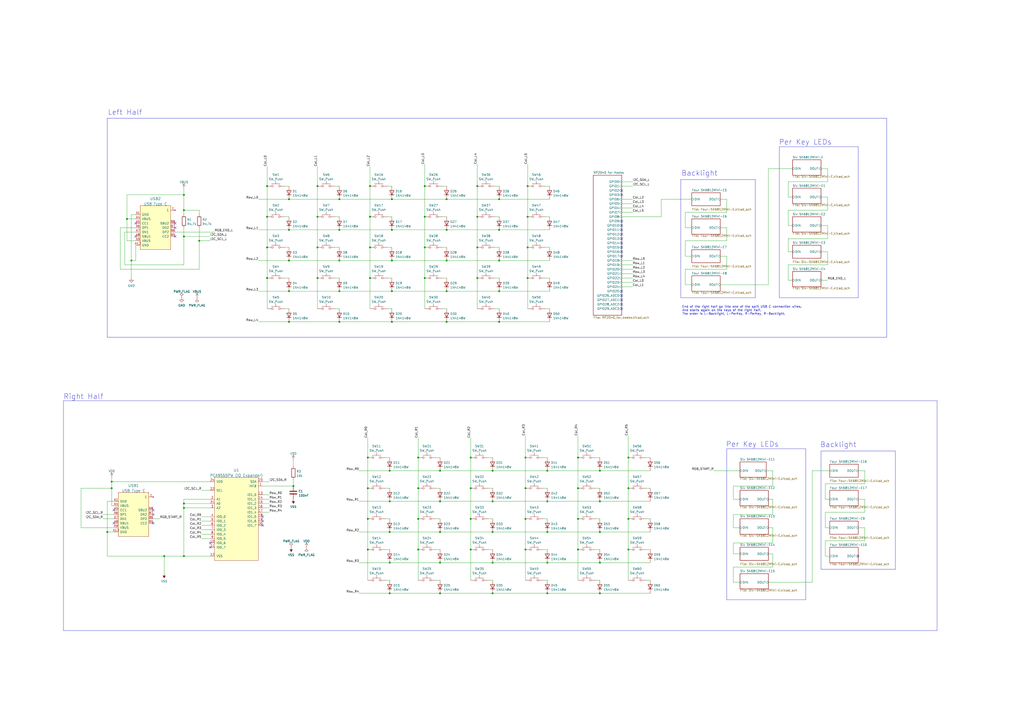
<source format=kicad_sch>
(kicad_sch (version 20230121) (generator eeschema)
  (paper "A2")
  (title_block (title "simplyKeeb-S60") (date "2022-12-18") (rev "2.0") (comment 1 "Designed by Gerrit 'Geaz' Gazic"))
  (junction (at 226.06 273.05))
  (junction (at 273.05 265.43))
  (junction (at 255.27 290.83))
  (junction (at 276.86 143.51))
  (junction (at 306.07 125.73))
  (junction (at 227.33 133.35))
  (junction (at 196.85 186.69))
  (junction (at 285.75 326.39))
  (junction (at 167.64 115.57))
  (junction (at 214.63 107.95))
  (junction (at 246.38 125.73))
  (junction (at 227.33 115.57))
  (junction (at 306.07 161.29))
  (junction (at 347.98 344.17))
  (junction (at 285.75 344.17))
  (junction (at 196.85 133.35))
  (junction (at 242.57 318.77))
  (junction (at 317.5 273.05))
  (junction (at 214.63 161.29))
  (junction (at 214.63 125.73))
  (junction (at 184.15 143.51))
  (junction (at 304.8 265.43))
  (junction (at 115.57 139.7))
  (junction (at 184.15 107.95))
  (junction (at 259.08 151.13))
  (junction (at 167.64 151.13))
  (junction (at 289.56 133.35))
  (junction (at 170.18 281.94))
  (junction (at 73.66 127))
  (junction (at 167.64 133.35))
  (junction (at 242.57 283.21))
  (junction (at 106.68 294.64))
  (junction (at 227.33 168.91))
  (junction (at 289.56 115.57))
  (junction (at 64.77 283.21))
  (junction (at 214.63 143.51))
  (junction (at 364.49 283.21))
  (junction (at 106.68 137.16))
  (junction (at 255.27 308.61))
  (junction (at 196.85 151.13))
  (junction (at 106.68 121.92))
  (junction (at 276.86 125.73))
  (junction (at 364.49 300.99))
  (junction (at 184.15 125.73))
  (junction (at 227.33 151.13))
  (junction (at 317.5 326.39))
  (junction (at 226.06 326.39))
  (junction (at 317.5 344.17))
  (junction (at 335.28 283.21))
  (junction (at 106.68 113.03))
  (junction (at 317.5 308.61))
  (junction (at 242.57 300.99))
  (junction (at 347.98 326.39))
  (junction (at 304.8 283.21))
  (junction (at 289.56 186.69))
  (junction (at 213.36 318.77))
  (junction (at 273.05 283.21))
  (junction (at 64.77 279.4))
  (junction (at 154.94 125.73))
  (junction (at 285.75 290.83))
  (junction (at 335.28 318.77))
  (junction (at 259.08 133.35))
  (junction (at 95.25 322.58))
  (junction (at 255.27 273.05))
  (junction (at 289.56 168.91))
  (junction (at 259.08 168.91))
  (junction (at 347.98 273.05))
  (junction (at 273.05 318.77))
  (junction (at 285.75 308.61))
  (junction (at 196.85 115.57))
  (junction (at 306.07 143.51))
  (junction (at 259.08 115.57))
  (junction (at 62.23 308.61))
  (junction (at 154.94 107.95))
  (junction (at 213.36 265.43))
  (junction (at 317.5 290.83))
  (junction (at 335.28 300.99))
  (junction (at 246.38 143.51))
  (junction (at 304.8 300.99))
  (junction (at 259.08 186.69))
  (junction (at 289.56 151.13))
  (junction (at 154.94 143.51))
  (junction (at 154.94 161.29))
  (junction (at 213.36 283.21))
  (junction (at 285.75 273.05))
  (junction (at 226.06 308.61))
  (junction (at 76.2 151.13))
  (junction (at 227.33 186.69))
  (junction (at 347.98 308.61))
  (junction (at 167.64 186.69))
  (junction (at 226.06 290.83))
  (junction (at 347.98 290.83))
  (junction (at 304.8 318.77))
  (junction (at 364.49 318.77))
  (junction (at 184.15 161.29))
  (junction (at 246.38 161.29))
  (junction (at 335.28 265.43))
  (junction (at 167.64 168.91))
  (junction (at 255.27 344.17))
  (junction (at 276.86 161.29))
  (junction (at 106.68 322.58))
  (junction (at 276.86 107.95))
  (junction (at 306.07 107.95))
  (junction (at 246.38 107.95))
  (junction (at 273.05 300.99))
  (junction (at 226.06 344.17))
  (junction (at 364.49 265.43))
  (junction (at 196.85 168.91))
  (junction (at 213.36 300.99))
  (junction (at 255.27 326.39))
  (junction (at 242.57 265.43))
  (junction (at 106.68 292.1))
  (no_connect (at 360.68 171.45))
  (no_connect (at 360.68 173.99))
  (no_connect (at 360.68 176.53))
  (no_connect (at 360.68 179.07))
  (no_connect (at 360.68 143.51))
  (no_connect (at 360.68 146.05))
  (no_connect (at 360.68 148.59))
  (no_connect (at 360.68 168.91))
  (no_connect (at 497.84 322.58))
  (no_connect (at 152.4 304.8))
  (no_connect (at 121.92 314.96))
  (no_connect (at 121.92 317.5))
  (no_connect (at 360.68 110.49))
  (no_connect (at 360.68 113.03))
  (no_connect (at 66.04 295.91))
  (no_connect (at 88.9 295.91))
  (no_connect (at 88.9 303.53))
  (no_connect (at 66.04 303.53))
  (no_connect (at 360.68 135.89))
  (no_connect (at 360.68 138.43))
  (no_connect (at 360.68 140.97))
  (no_connect (at 360.68 130.81))
  (no_connect (at 360.68 133.35))
  (no_connect (at 101.6 129.54))
  (no_connect (at 152.4 299.72))
  (no_connect (at 152.4 302.26))
  (no_connect (at 360.68 128.27))
  (no_connect (at 101.6 137.16))
  (no_connect (at 78.74 137.16))
  (no_connect (at 78.74 129.54))
  (no_connect (at 101.6 132.08))
  (no_connect (at 88.9 298.45))
  (wire (pts (xy 304.8 300.99) (xy 304.8 318.77)))
  (wire (pts (xy 69.85 132.08) (xy 69.85 156.21)))
  (wire (pts (xy 152.4 297.18) (xy 156.21 297.18)))
  (wire (pts (xy 59.69 298.45) (xy 66.04 298.45)))
  (wire (pts (xy 497.84 306.07) (xy 501.65 306.07)))
  (wire (pts (xy 242.57 283.21) (xy 242.57 300.99)))
  (polyline (pts (xy 543.56 365.76) (xy 36.83 365.76)))
  (wire (pts (xy 149.86 168.91) (xy 167.64 168.91)))
  (wire (pts (xy 165.1 161.29) (xy 167.64 161.29)))
  (wire (pts (xy 259.08 151.13) (xy 289.56 151.13)))
  (wire (pts (xy 213.36 300.99) (xy 213.36 318.77)))
  (wire (pts (xy 242.57 265.43) (xy 242.57 283.21)))
  (wire (pts (xy 417.83 165.1) (xy 445.77 165.1)))
  (wire (pts (xy 360.68 161.29) (xy 367.03 161.29)))
  (wire (pts (xy 226.06 326.39) (xy 255.27 326.39)))
  (wire (pts (xy 154.94 96.52) (xy 154.94 107.95)))
  (wire (pts (xy 224.79 161.29) (xy 227.33 161.29)))
  (wire (pts (xy 360.68 123.19) (xy 367.03 123.19)))
  (wire (pts (xy 289.56 133.35) (xy 318.77 133.35)))
  (wire (pts (xy 66.04 293.37) (xy 64.77 293.37)))
  (wire (pts (xy 226.06 290.83) (xy 255.27 290.83)))
  (polyline (pts (xy 543.56 365.76) (xy 543.56 232.41)))
  (wire (pts (xy 106.68 121.92) (xy 106.68 124.46)))
  (wire (pts (xy 106.68 113.03) (xy 106.68 121.92)))
  (wire (pts (xy 501.65 289.56) (xy 501.65 297.18)))
  (wire (pts (xy 457.2 146.05) (xy 459.74 146.05)))
  (wire (pts (xy 223.52 283.21) (xy 226.06 283.21)))
  (wire (pts (xy 335.28 252.73) (xy 335.28 265.43)))
  (wire (pts (xy 78.74 142.24) (xy 78.74 151.13)))
  (wire (pts (xy 106.68 137.16) (xy 121.92 137.16)))
  (wire (pts (xy 457.2 138.43) (xy 457.2 146.05)))
  (wire (pts (xy 421.64 132.08) (xy 421.64 139.7)))
  (wire (pts (xy 421.64 115.57) (xy 417.83 115.57)))
  (polyline (pts (xy 62.23 68.58) (xy 62.23 68.58)))
  (wire (pts (xy 46.99 283.21) (xy 64.77 283.21)))
  (wire (pts (xy 256.54 161.29) (xy 259.08 161.29)))
  (wire (pts (xy 194.31 107.95) (xy 196.85 107.95)))
  (wire (pts (xy 170.18 266.7) (xy 170.18 270.51)))
  (wire (pts (xy 196.85 115.57) (xy 227.33 115.57)))
  (polyline (pts (xy 36.83 365.76) (xy 36.83 364.49)))
  (polyline (pts (xy 476.25 261.62) (xy 519.43 261.62)))
  (wire (pts (xy 152.4 287.02) (xy 156.21 287.02)))
  (wire (pts (xy 208.28 308.61) (xy 226.06 308.61)))
  (wire (pts (xy 64.77 276.86) (xy 64.77 279.4)))
  (wire (pts (xy 421.64 139.7) (xy 397.51 139.7)))
  (wire (pts (xy 397.51 132.08) (xy 397.51 123.19)))
  (wire (pts (xy 64.77 279.4) (xy 121.92 279.4)))
  (wire (pts (xy 227.33 186.69) (xy 259.08 186.69)))
  (wire (pts (xy 285.75 308.61) (xy 317.5 308.61)))
  (wire (pts (xy 62.23 290.83) (xy 62.23 308.61)))
  (wire (pts (xy 501.65 297.18) (xy 478.79 297.18)))
  (wire (pts (xy 287.02 107.95) (xy 289.56 107.95)))
  (wire (pts (xy 287.02 143.51) (xy 289.56 143.51)))
  (wire (pts (xy 448.31 314.96) (xy 425.45 314.96)))
  (wire (pts (xy 259.08 186.69) (xy 289.56 186.69)))
  (wire (pts (xy 335.28 265.43) (xy 335.28 283.21)))
  (wire (pts (xy 425.45 321.31) (xy 429.26 321.31)))
  (wire (pts (xy 214.63 96.52) (xy 214.63 107.95)))
  (wire (pts (xy 425.45 306.07) (xy 429.26 306.07)))
  (wire (pts (xy 152.4 294.64) (xy 156.21 294.64)))
  (wire (pts (xy 149.86 186.69) (xy 167.64 186.69)))
  (wire (pts (xy 364.49 318.77) (xy 364.49 336.55)))
  (wire (pts (xy 227.33 168.91) (xy 259.08 168.91)))
  (polyline (pts (xy 62.23 195.58) (xy 514.35 195.58)))
  (wire (pts (xy 154.94 161.29) (xy 154.94 179.07)))
  (wire (pts (xy 152.4 289.56) (xy 156.21 289.56)))
  (wire (pts (xy 287.02 125.73) (xy 289.56 125.73)))
  (wire (pts (xy 383.54 115.57) (xy 401.32 115.57)))
  (wire (pts (xy 444.5 273.05) (xy 448.31 273.05)))
  (wire (pts (xy 480.06 114.3) (xy 480.06 121.92)))
  (wire (pts (xy 196.85 133.35) (xy 227.33 133.35)))
  (wire (pts (xy 252.73 283.21) (xy 255.27 283.21)))
  (wire (pts (xy 285.75 344.17) (xy 317.5 344.17)))
  (wire (pts (xy 259.08 115.57) (xy 289.56 115.57)))
  (wire (pts (xy 213.36 265.43) (xy 213.36 283.21)))
  (polyline (pts (xy 421.64 347.98) (xy 467.36 347.98)))
  (wire (pts (xy 345.44 300.99) (xy 347.98 300.99)))
  (wire (pts (xy 360.68 158.75) (xy 367.03 158.75)))
  (wire (pts (xy 106.68 292.1) (xy 121.92 292.1)))
  (wire (pts (xy 316.23 125.73) (xy 318.77 125.73)))
  (wire (pts (xy 214.63 125.73) (xy 214.63 143.51)))
  (polyline (pts (xy 476.25 330.2) (xy 519.43 330.2)))
  (wire (pts (xy 273.05 265.43) (xy 273.05 283.21)))
  (wire (pts (xy 360.68 125.73) (xy 383.54 125.73)))
  (wire (pts (xy 347.98 273.05) (xy 377.19 273.05)))
  (wire (pts (xy 304.8 265.43) (xy 304.8 283.21)))
  (wire (pts (xy 448.31 321.31) (xy 448.31 328.93)))
  (wire (pts (xy 64.77 283.21) (xy 64.77 293.37)))
  (wire (pts (xy 78.74 124.46) (xy 76.2 124.46)))
  (wire (pts (xy 223.52 300.99) (xy 226.06 300.99)))
  (wire (pts (xy 335.28 318.77) (xy 335.28 336.55)))
  (wire (pts (xy 425.45 289.56) (xy 429.26 289.56)))
  (wire (pts (xy 152.4 281.94) (xy 170.18 281.94)))
  (wire (pts (xy 478.79 280.67) (xy 478.79 289.56)))
  (wire (pts (xy 314.96 265.43) (xy 317.5 265.43)))
  (wire (pts (xy 289.56 151.13) (xy 318.77 151.13)))
  (polyline (pts (xy 543.56 232.41) (xy 36.83 232.41)))
  (wire (pts (xy 276.86 107.95) (xy 276.86 125.73)))
  (wire (pts (xy 317.5 290.83) (xy 347.98 290.83)))
  (wire (pts (xy 285.75 273.05) (xy 317.5 273.05)))
  (wire (pts (xy 347.98 326.39) (xy 377.19 326.39)))
  (wire (pts (xy 317.5 308.61) (xy 347.98 308.61)))
  (wire (pts (xy 214.63 143.51) (xy 214.63 161.29)))
  (wire (pts (xy 457.2 121.92) (xy 457.2 130.81)))
  (wire (pts (xy 421.64 123.19) (xy 421.64 115.57)))
  (wire (pts (xy 246.38 143.51) (xy 246.38 161.29)))
  (wire (pts (xy 116.84 307.34) (xy 121.92 307.34)))
  (wire (pts (xy 246.38 107.95) (xy 246.38 125.73)))
  (wire (pts (xy 184.15 96.52) (xy 184.15 107.95)))
  (wire (pts (xy 242.57 254) (xy 242.57 265.43)))
  (wire (pts (xy 501.65 313.69) (xy 478.79 313.69)))
  (wire (pts (xy 196.85 168.91) (xy 227.33 168.91)))
  (polyline (pts (xy 452.12 172.72) (xy 497.84 172.72)))
  (wire (pts (xy 397.51 123.19) (xy 421.64 123.19)))
  (wire (pts (xy 194.31 143.51) (xy 196.85 143.51)))
  (polyline (pts (xy 476.25 261.62) (xy 476.25 330.2)))
  (wire (pts (xy 255.27 308.61) (xy 285.75 308.61)))
  (wire (pts (xy 417.83 132.08) (xy 421.64 132.08)))
  (polyline (pts (xy 514.35 68.58) (xy 62.23 68.58)))
  (wire (pts (xy 347.98 344.17) (xy 377.19 344.17)))
  (wire (pts (xy 115.57 124.46) (xy 115.57 121.92)))
  (polyline (pts (xy 62.23 68.58) (xy 62.23 195.58)))
  (wire (pts (xy 497.84 273.05) (xy 501.65 273.05)))
  (wire (pts (xy 360.68 166.37) (xy 367.03 166.37)))
  (wire (pts (xy 213.36 318.77) (xy 213.36 336.55)))
  (wire (pts (xy 347.98 308.61) (xy 377.19 308.61)))
  (wire (pts (xy 154.94 107.95) (xy 154.94 125.73)))
  (wire (pts (xy 285.75 290.83) (xy 317.5 290.83)))
  (wire (pts (xy 95.25 322.58) (xy 95.25 332.74)))
  (wire (pts (xy 273.05 283.21) (xy 273.05 300.99)))
  (wire (pts (xy 115.57 132.08) (xy 115.57 139.7)))
  (wire (pts (xy 414.02 273.05) (xy 429.26 273.05)))
  (wire (pts (xy 478.79 313.69) (xy 478.79 322.58)))
  (wire (pts (xy 224.79 179.07) (xy 227.33 179.07)))
  (wire (pts (xy 360.68 115.57) (xy 367.03 115.57)))
  (wire (pts (xy 480.06 138.43) (xy 457.2 138.43)))
  (wire (pts (xy 314.96 336.55) (xy 317.5 336.55)))
  (wire (pts (xy 360.68 118.11) (xy 367.03 118.11)))
  (wire (pts (xy 223.52 265.43) (xy 226.06 265.43)))
  (wire (pts (xy 227.33 115.57) (xy 259.08 115.57)))
  (wire (pts (xy 316.23 161.29) (xy 318.77 161.29)))
  (wire (pts (xy 347.98 290.83) (xy 377.19 290.83)))
  (wire (pts (xy 360.68 163.83) (xy 367.03 163.83)))
  (wire (pts (xy 306.07 125.73) (xy 306.07 143.51)))
  (wire (pts (xy 255.27 326.39) (xy 285.75 326.39)))
  (wire (pts (xy 478.79 322.58) (xy 481.33 322.58)))
  (wire (pts (xy 255.27 290.83) (xy 285.75 290.83)))
  (wire (pts (xy 167.64 151.13) (xy 196.85 151.13)))
  (wire (pts (xy 445.77 165.1) (xy 445.77 97.79)))
  (wire (pts (xy 478.79 289.56) (xy 481.33 289.56)))
  (wire (pts (xy 304.8 283.21) (xy 304.8 300.99)))
  (wire (pts (xy 115.57 139.7) (xy 121.92 139.7)))
  (wire (pts (xy 213.36 254) (xy 213.36 265.43)))
  (wire (pts (xy 457.2 153.67) (xy 457.2 162.56)))
  (wire (pts (xy 106.68 294.64) (xy 121.92 294.64)))
  (wire (pts (xy 62.23 322.58) (xy 95.25 322.58)))
  (wire (pts (xy 149.86 115.57) (xy 167.64 115.57)))
  (wire (pts (xy 457.2 162.56) (xy 459.74 162.56)))
  (wire (pts (xy 252.73 318.77) (xy 255.27 318.77)))
  (wire (pts (xy 115.57 139.7) (xy 115.57 156.21)))
  (wire (pts (xy 480.06 105.41) (xy 457.2 105.41)))
  (wire (pts (xy 184.15 107.95) (xy 184.15 125.73)))
  (wire (pts (xy 78.74 127) (xy 73.66 127)))
  (wire (pts (xy 480.06 121.92) (xy 457.2 121.92)))
  (wire (pts (xy 448.31 281.94) (xy 425.45 281.94)))
  (wire (pts (xy 184.15 143.51) (xy 184.15 161.29)))
  (wire (pts (xy 374.65 336.55) (xy 377.19 336.55)))
  (wire (pts (xy 345.44 336.55) (xy 347.98 336.55)))
  (wire (pts (xy 149.86 133.35) (xy 167.64 133.35)))
  (wire (pts (xy 116.84 299.72) (xy 121.92 299.72)))
  (wire (pts (xy 397.51 139.7) (xy 397.51 148.59)))
  (wire (pts (xy 425.45 298.45) (xy 425.45 306.07)))
  (wire (pts (xy 214.63 107.95) (xy 214.63 125.73)))
  (polyline (pts (xy 394.97 104.14) (xy 438.15 104.14)))
  (wire (pts (xy 116.84 284.48) (xy 121.92 284.48)))
  (wire (pts (xy 255.27 344.17) (xy 285.75 344.17)))
  (wire (pts (xy 306.07 107.95) (xy 306.07 125.73)))
  (wire (pts (xy 184.15 161.29) (xy 184.15 179.07)))
  (wire (pts (xy 167.64 186.69) (xy 196.85 186.69)))
  (wire (pts (xy 287.02 179.07) (xy 289.56 179.07)))
  (polyline (pts (xy 452.12 85.09) (xy 452.12 172.72)))
  (wire (pts (xy 360.68 120.65) (xy 367.03 120.65)))
  (wire (pts (xy 78.74 139.7) (xy 73.66 139.7)))
  (polyline (pts (xy 438.15 172.72) (xy 438.15 104.14)))
  (wire (pts (xy 448.31 328.93) (xy 425.45 328.93)))
  (wire (pts (xy 167.64 115.57) (xy 196.85 115.57)))
  (wire (pts (xy 64.77 279.4) (xy 64.77 283.21)))
  (wire (pts (xy 223.52 336.55) (xy 226.06 336.55)))
  (wire (pts (xy 273.05 318.77) (xy 273.05 336.55)))
  (wire (pts (xy 256.54 179.07) (xy 259.08 179.07)))
  (wire (pts (xy 317.5 326.39) (xy 347.98 326.39)))
  (wire (pts (xy 227.33 151.13) (xy 259.08 151.13)))
  (wire (pts (xy 116.84 312.42) (xy 121.92 312.42)))
  (wire (pts (xy 165.1 143.51) (xy 167.64 143.51)))
  (wire (pts (xy 73.66 113.03) (xy 106.68 113.03)))
  (wire (pts (xy 255.27 273.05) (xy 285.75 273.05)))
  (wire (pts (xy 448.31 289.56) (xy 448.31 298.45)))
  (wire (pts (xy 345.44 265.43) (xy 347.98 265.43)))
  (wire (pts (xy 165.1 179.07) (xy 167.64 179.07)))
  (wire (pts (xy 246.38 95.25) (xy 246.38 107.95)))
  (wire (pts (xy 116.84 304.8) (xy 121.92 304.8)))
  (wire (pts (xy 73.66 139.7) (xy 73.66 127)))
  (wire (pts (xy 224.79 125.73) (xy 227.33 125.73)))
  (wire (pts (xy 448.31 298.45) (xy 425.45 298.45)))
  (wire (pts (xy 285.75 326.39) (xy 317.5 326.39)))
  (wire (pts (xy 196.85 186.69) (xy 227.33 186.69)))
  (wire (pts (xy 76.2 124.46) (xy 76.2 151.13)))
  (wire (pts (xy 445.77 97.79) (xy 459.74 97.79)))
  (wire (pts (xy 72.39 134.62) (xy 78.74 134.62)))
  (wire (pts (xy 306.07 161.29) (xy 306.07 179.07)))
  (wire (pts (xy 152.4 279.4) (xy 156.21 279.4)))
  (wire (pts (xy 289.56 186.69) (xy 318.77 186.69)))
  (wire (pts (xy 106.68 137.16) (xy 106.68 132.08)))
  (wire (pts (xy 476.25 114.3) (xy 480.06 114.3)))
  (wire (pts (xy 224.79 107.95) (xy 227.33 107.95)))
  (wire (pts (xy 417.83 148.59) (xy 421.64 148.59)))
  (wire (pts (xy 208.28 273.05) (xy 226.06 273.05)))
  (wire (pts (xy 208.28 344.17) (xy 226.06 344.17)))
  (wire (pts (xy 397.51 148.59) (xy 401.32 148.59)))
  (wire (pts (xy 167.64 168.91) (xy 196.85 168.91)))
  (wire (pts (xy 345.44 283.21) (xy 347.98 283.21)))
  (wire (pts (xy 457.2 105.41) (xy 457.2 114.3)))
  (wire (pts (xy 445.77 337.82) (xy 471.17 337.82)))
  (wire (pts (xy 149.86 151.13) (xy 167.64 151.13)))
  (wire (pts (xy 314.96 283.21) (xy 317.5 283.21)))
  (polyline (pts (xy 421.64 260.35) (xy 467.36 260.35)))
  (wire (pts (xy 88.9 300.99) (xy 92.71 300.99)))
  (wire (pts (xy 304.8 318.77) (xy 304.8 336.55)))
  (wire (pts (xy 374.65 300.99) (xy 377.19 300.99)))
  (wire (pts (xy 478.79 306.07) (xy 481.33 306.07)))
  (wire (pts (xy 397.51 165.1) (xy 401.32 165.1)))
  (wire (pts (xy 374.65 265.43) (xy 377.19 265.43)))
  (wire (pts (xy 317.5 344.17) (xy 347.98 344.17)))
  (wire (pts (xy 476.25 146.05) (xy 480.06 146.05)))
  (wire (pts (xy 101.6 134.62) (xy 124.46 134.62)))
  (wire (pts (xy 304.8 252.73) (xy 304.8 265.43)))
  (wire (pts (xy 283.21 283.21) (xy 285.75 283.21)))
  (wire (pts (xy 360.68 151.13) (xy 367.03 151.13)))
  (wire (pts (xy 364.49 300.99) (xy 364.49 318.77)))
  (wire (pts (xy 445.77 289.56) (xy 448.31 289.56)))
  (wire (pts (xy 501.65 273.05) (xy 501.65 280.67)))
  (wire (pts (xy 256.54 125.73) (xy 259.08 125.73)))
  (wire (pts (xy 252.73 265.43) (xy 255.27 265.43)))
  (wire (pts (xy 256.54 143.51) (xy 259.08 143.51)))
  (wire (pts (xy 226.06 308.61) (xy 255.27 308.61)))
  (wire (pts (xy 106.68 121.92) (xy 115.57 121.92)))
  (polyline (pts (xy 467.36 347.98) (xy 467.36 260.35)))
  (wire (pts (xy 480.06 97.79) (xy 480.06 105.41)))
  (wire (pts (xy 283.21 265.43) (xy 285.75 265.43)))
  (wire (pts (xy 501.65 306.07) (xy 501.65 313.69)))
  (wire (pts (xy 226.06 273.05) (xy 255.27 273.05)))
  (wire (pts (xy 69.85 156.21) (xy 115.57 156.21)))
  (wire (pts (xy 165.1 107.95) (xy 167.64 107.95)))
  (wire (pts (xy 246.38 161.29) (xy 246.38 179.07)))
  (wire (pts (xy 289.56 168.91) (xy 318.77 168.91)))
  (wire (pts (xy 184.15 125.73) (xy 184.15 143.51)))
  (wire (pts (xy 316.23 107.95) (xy 318.77 107.95)))
  (wire (pts (xy 421.64 156.21) (xy 397.51 156.21)))
  (wire (pts (xy 170.18 278.13) (xy 170.18 281.94)))
  (wire (pts (xy 273.05 300.99) (xy 273.05 318.77)))
  (wire (pts (xy 154.94 125.73) (xy 154.94 143.51)))
  (wire (pts (xy 252.73 336.55) (xy 255.27 336.55)))
  (wire (pts (xy 76.2 151.13) (xy 76.2 161.29)))
  (wire (pts (xy 314.96 318.77) (xy 317.5 318.77)))
  (wire (pts (xy 383.54 125.73) (xy 383.54 115.57)))
  (wire (pts (xy 116.84 302.26) (xy 121.92 302.26)))
  (wire (pts (xy 76.2 151.13) (xy 78.74 151.13)))
  (polyline (pts (xy 394.97 172.72) (xy 438.15 172.72)))
  (wire (pts (xy 306.07 143.51) (xy 306.07 161.29)))
  (wire (pts (xy 314.96 300.99) (xy 317.5 300.99)))
  (polyline (pts (xy 497.84 172.72) (xy 497.84 85.09)))
  (wire (pts (xy 106.68 109.22) (xy 106.68 113.03)))
  (wire (pts (xy 165.1 125.73) (xy 167.64 125.73)))
  (wire (pts (xy 283.21 318.77) (xy 285.75 318.77)))
  (wire (pts (xy 425.45 328.93) (xy 425.45 337.82)))
  (wire (pts (xy 196.85 151.13) (xy 227.33 151.13)))
  (wire (pts (xy 306.07 95.25) (xy 306.07 107.95)))
  (polyline (pts (xy 452.12 85.09) (xy 497.84 85.09)))
  (wire (pts (xy 374.65 318.77) (xy 377.19 318.77)))
  (wire (pts (xy 224.79 143.51) (xy 227.33 143.51)))
  (wire (pts (xy 317.5 273.05) (xy 347.98 273.05)))
  (wire (pts (xy 259.08 168.91) (xy 289.56 168.91)))
  (wire (pts (xy 246.38 125.73) (xy 246.38 143.51)))
  (wire (pts (xy 480.06 153.67) (xy 457.2 153.67)))
  (wire (pts (xy 497.84 289.56) (xy 501.65 289.56)))
  (wire (pts (xy 360.68 156.21) (xy 367.03 156.21)))
  (wire (pts (xy 227.33 133.35) (xy 259.08 133.35)))
  (wire (pts (xy 208.28 290.83) (xy 226.06 290.83)))
  (polyline (pts (xy 394.97 104.14) (xy 394.97 172.72)))
  (wire (pts (xy 152.4 292.1) (xy 156.21 292.1)))
  (wire (pts (xy 62.23 308.61) (xy 62.23 322.58)))
  (wire (pts (xy 480.06 146.05) (xy 480.06 153.67)))
  (wire (pts (xy 46.99 306.07) (xy 66.04 306.07)))
  (wire (pts (xy 276.86 95.25) (xy 276.86 107.95)))
  (wire (pts (xy 471.17 273.05) (xy 481.33 273.05)))
  (wire (pts (xy 345.44 318.77) (xy 347.98 318.77)))
  (wire (pts (xy 213.36 283.21) (xy 213.36 300.99)))
  (wire (pts (xy 226.06 344.17) (xy 255.27 344.17)))
  (wire (pts (xy 276.86 125.73) (xy 276.86 143.51)))
  (wire (pts (xy 360.68 153.67) (xy 367.03 153.67)))
  (wire (pts (xy 276.86 161.29) (xy 276.86 179.07)))
  (wire (pts (xy 360.68 105.41) (xy 367.03 105.41)))
  (polyline (pts (xy 421.64 260.35) (xy 421.64 347.98)))
  (wire (pts (xy 62.23 308.61) (xy 66.04 308.61)))
  (wire (pts (xy 72.39 134.62) (xy 72.39 153.67)))
  (wire (pts (xy 73.66 127) (xy 73.66 113.03)))
  (wire (pts (xy 374.65 283.21) (xy 377.19 283.21)))
  (wire (pts (xy 448.31 306.07) (xy 448.31 314.96)))
  (wire (pts (xy 476.25 97.79) (xy 480.06 97.79)))
  (wire (pts (xy 425.45 314.96) (xy 425.45 321.31)))
  (wire (pts (xy 335.28 300.99) (xy 335.28 318.77)))
  (wire (pts (xy 95.25 322.58) (xy 106.68 322.58)))
  (wire (pts (xy 445.77 306.07) (xy 448.31 306.07)))
  (wire (pts (xy 242.57 318.77) (xy 242.57 336.55)))
  (wire (pts (xy 69.85 132.08) (xy 78.74 132.08)))
  (wire (pts (xy 397.51 156.21) (xy 397.51 165.1)))
  (wire (pts (xy 106.68 153.67) (xy 106.68 137.16)))
  (wire (pts (xy 116.84 309.88) (xy 121.92 309.88)))
  (wire (pts (xy 316.23 179.07) (xy 318.77 179.07)))
  (wire (pts (xy 476.25 162.56) (xy 480.06 162.56)))
  (wire (pts (xy 425.45 281.94) (xy 425.45 289.56)))
  (wire (pts (xy 480.06 130.81) (xy 480.06 138.43)))
  (wire (pts (xy 252.73 300.99) (xy 255.27 300.99)))
  (wire (pts (xy 445.77 321.31) (xy 448.31 321.31)))
  (wire (pts (xy 194.31 161.29) (xy 196.85 161.29)))
  (wire (pts (xy 425.45 337.82) (xy 429.26 337.82)))
  (polyline (pts (xy 276.86 298.45) (xy 278.13 298.45)))
  (wire (pts (xy 106.68 322.58) (xy 121.92 322.58)))
  (wire (pts (xy 401.32 132.08) (xy 397.51 132.08)))
  (wire (pts (xy 289.56 115.57) (xy 318.77 115.57)))
  (wire (pts (xy 167.64 133.35) (xy 196.85 133.35)))
  (wire (pts (xy 242.57 300.99) (xy 242.57 318.77)))
  (wire (pts (xy 259.08 133.35) (xy 289.56 133.35)))
  (polyline (pts (xy 519.43 330.2) (xy 519.43 261.62)))
  (wire (pts (xy 223.52 318.77) (xy 226.06 318.77)))
  (wire (pts (xy 154.94 143.51) (xy 154.94 161.29)))
  (wire (pts (xy 208.28 326.39) (xy 226.06 326.39)))
  (wire (pts (xy 194.31 125.73) (xy 196.85 125.73)))
  (wire (pts (xy 457.2 130.81) (xy 459.74 130.81)))
  (wire (pts (xy 471.17 337.82) (xy 471.17 273.05)))
  (wire (pts (xy 501.65 280.67) (xy 478.79 280.67)))
  (wire (pts (xy 364.49 265.43) (xy 364.49 283.21)))
  (wire (pts (xy 256.54 107.95) (xy 259.08 107.95)))
  (wire (pts (xy 283.21 336.55) (xy 285.75 336.55)))
  (wire (pts (xy 478.79 297.18) (xy 478.79 306.07)))
  (wire (pts (xy 316.23 143.51) (xy 318.77 143.51)))
  (wire (pts (xy 276.86 143.51) (xy 276.86 161.29)))
  (wire (pts (xy 106.68 292.1) (xy 106.68 294.64)))
  (wire (pts (xy 364.49 252.73) (xy 364.49 265.43)))
  (wire (pts (xy 364.49 283.21) (xy 364.49 300.99)))
  (wire (pts (xy 46.99 283.21) (xy 46.99 306.07)))
  (wire (pts (xy 72.39 153.67) (xy 106.68 153.67)))
  (polyline (pts (xy 36.83 232.41) (xy 36.83 364.49)))
  (wire (pts (xy 66.04 290.83) (xy 62.23 290.83)))
  (wire (pts (xy 214.63 161.29) (xy 214.63 179.07)))
  (wire (pts (xy 59.69 300.99) (xy 66.04 300.99)))
  (wire (pts (xy 335.28 283.21) (xy 335.28 300.99)))
  (wire (pts (xy 194.31 179.07) (xy 196.85 179.07)))
  (wire (pts (xy 448.31 273.05) (xy 448.31 281.94)))
  (polyline (pts (xy 514.35 195.58) (xy 514.35 68.58)))
  (wire (pts (xy 106.68 289.56) (xy 106.68 292.1)))
  (wire (pts (xy 476.25 130.81) (xy 480.06 130.81)))
  (wire (pts (xy 421.64 148.59) (xy 421.64 156.21)))
  (wire (pts (xy 273.05 254) (xy 273.05 265.43)))
  (wire (pts (xy 121.92 289.56) (xy 106.68 289.56)))
  (wire (pts (xy 360.68 107.95) (xy 367.03 107.95)))
  (wire (pts (xy 287.02 161.29) (xy 289.56 161.29)))
  (wire (pts (xy 106.68 294.64) (xy 106.68 322.58)))
  (wire (pts (xy 283.21 300.99) (xy 285.75 300.99)))
  (wire (pts (xy 457.2 114.3) (xy 459.74 114.3)))
  (text "Per Key LEDs" (at 451.866 84.328 0) (effects (font (size 3 3)) (justify left bottom)))
  (text "End of the right half go into one of the split USB C connection wires.\nAnd starts again on the keys of the right half.\nThe order is L-Backlight, L-PerKey, R-PerKey, R-Backlight." (at 395.732 182.88 0) (effects (font (size 1.27 1.27)) (justify left bottom)))
  (text "Per Key LEDs" (at 421.132 259.588 0) (effects (font (size 3 3)) (justify left bottom)))
  (text "Right Half" (at 36.83 231.902 0) (effects (font (size 3 3)) (justify left bottom)))
  (text "Backlight" (at 395.224 102.362 0) (effects (font (size 3 3)) (justify left bottom)))
  (text "Backlight" (at 475.742 259.842 0) (effects (font (size 3 3)) (justify left bottom)))
  (text "Left Half" (at 62.484 67.056 0) (effects (font (size 3 3)) (justify left bottom)))
  (label "Row_L0" (at 149.86 115.57 180))
  (label "Col_R3" (at 116.84 307.34 180))
  (label "I2C_SCL_L" (at 121.92 139.7 0))
  (label "Col_R2" (at 116.84 304.8 180))
  (label "Row_L1" (at 367.03 153.67 0))
  (label "Row_R1" (at 156.21 289.56 0))
  (label "Col_R5" (at 364.49 252.73 90))
  (label "Row_L0" (at 367.03 151.13 0))
  (label "I2C_SDA_R" (at 156.21 279.4 0))
  (label "Col_R2" (at 273.05 254 90))
  (label "Col_R1" (at 242.57 254 90))
  (label "I2C_SDA_R" (at 59.69 300.99 180))
  (label "Row_L3" (at 149.86 168.91 180))
  (label "Row_R2" (at 208.28 308.61 180))
  (label "Row_R0" (at 208.28 273.05 180))
  (label "Row_L2" (at 367.03 156.21 0))
  (label "RGB_START_R" (at 92.71 300.99 0))
  (label "Col_R4" (at 335.28 252.73 90))
  (label "Row_R1" (at 208.28 290.83 180))
  (label "Col_R4" (at 116.84 309.88 180))
  (label "Col_L1" (at 367.03 166.37 0))
  (label "Col_L4" (at 367.03 120.65 0))
  (label "Col_R0" (at 116.84 299.72 180))
  (label "Row_R3" (at 208.28 326.39 180))
  (label "Row_R4" (at 156.21 297.18 0))
  (label "Row_L4" (at 367.03 161.29 0))
  (label "Col_R3" (at 304.8 252.73 90))
  (label "Row_R2" (at 156.21 292.1 0))
  (label "Row_L2" (at 149.86 151.13 180))
  (label "I2C_SCL_R" (at 116.84 284.48 180))
  (label "I2C_SDA_L" (at 367.03 105.41 0))
  (label "Col_L2" (at 367.03 115.57 0))
  (label "Col_L0" (at 367.03 163.83 0))
  (label "Row_R3" (at 156.21 294.64 0))
  (label "RGB_END_L" (at 480.06 162.56 0))
  (label "RGB_START_R" (at 414.02 273.05 180))
  (label "Row_R0" (at 156.21 287.02 0))
  (label "Col_L5" (at 367.03 123.19 0))
  (label "Col_L0" (at 154.94 96.52 90))
  (label "Col_L4" (at 276.86 95.25 90))
  (label "I2C_SCL_L" (at 367.03 107.95 0))
  (label "Row_L3" (at 367.03 158.75 0))
  (label "I2C_SDA_L" (at 121.92 137.16 0))
  (label "Col_R0" (at 213.36 254 90))
  (label "Row_R4" (at 208.28 344.17 180))
  (label "I2C_SCL_R" (at 59.69 298.45 180))
  (label "Col_L3" (at 246.38 95.25 90))
  (label "Col_L3" (at 367.03 118.11 0))
  (label "Row_L4" (at 149.86 186.69 180))
  (label "Col_R5" (at 116.84 312.42 180))
  (label "Row_L1" (at 149.86 133.35 180))
  (label "Col_L2" (at 214.63 96.52 90))
  (label "RGB_END_L" (at 124.46 134.62 0))
  (label "Col_L5" (at 306.07 95.25 90))
  (label "Col_R1" (at 116.84 302.26 180))
  (label "Col_L1" (at 184.15 96.52 90))
  (symbol (lib_id "Switch:SW_Push") (at 281.94 125.73 0) (unit 1)
    (property "Reference" "SW37" (at 281.94 119.1092 0))
    (property "Value" "SW_Push" (at 281.94 121.6461 0))
    (property "Footprint" "simplyKeeb:MXOnly-1U-Hotswap" (effects hide))
  )
  (symbol (lib_id "Switch:SW_Push") (at 219.71 179.07 0) (unit 1)
    (property "Reference" "SW20" (at 219.71 172.4492 0))
    (property "Value" "SW_Push" (at 219.71 174.9861 0))
    (property "Footprint" "simplyKeeb:MXOnly-1U-Hotswap" (effects hide))
  )
  (symbol (lib_id "Diode:1N4148W") (at 227.33 129.54 90) (unit 1)
    (property "Reference" "D17" (at 229.362 128.7053 90) (effects (justify right)))
    (property "Value" "1N4148W" (at 229.362 131.2422 90) (effects (justify right)))
    (property "Footprint" "Diode_SMD:D_SOD-123" (effects hide))
    (property "Datasheet" "https://www.vishay.com/docs/85748/1n4148w.pdf" (effects hide))
  )
  (symbol (lib_id "Switch:SW_Push") (at 309.88 283.21 0) (unit 1)
    (property "Reference" "SW42" (at 309.88 276.5892 0))
    (property "Value" "SW_Push" (at 309.88 279.1261 0))
    (property "Footprint" "simplyKeeb:MXOnly-1U-Hotswap" (effects hide))
  )
  (symbol (lib_id "Diode:1N4148W") (at 226.06 322.58 90) (unit 1)
    (property "Reference" "D14" (at 228.092 321.7453 90) (effects (justify right)))
    (property "Value" "1N4148W" (at 228.092 324.2822 90) (effects (justify right)))
    (property "Footprint" "Diode_SMD:D_SOD-123" (effects hide))
    (property "Datasheet" "https://www.vishay.com/docs/85748/1n4148w.pdf" (effects hide))
  )
  (symbol (lib_id "Diode:1N4148W") (at 227.33 111.76 90) (unit 1)
    (property "Reference" "D16" (at 229.362 110.9253 90) (effects (justify right)))
    (property "Value" "1N4148W" (at 229.362 113.4622 90) (effects (justify right)))
    (property "Footprint" "Diode_SMD:D_SOD-123" (effects hide))
    (property "Datasheet" "https://www.vishay.com/docs/85748/1n4148w.pdf" (effects hide))
  )
  (symbol (lib_id "Diode:1N4148W") (at 226.06 340.36 90) (unit 1)
    (property "Reference" "D15" (at 228.092 339.5253 90) (effects (justify right)))
    (property "Value" "1N4148W" (at 228.092 342.0622 90) (effects (justify right)))
    (property "Footprint" "Diode_SMD:D_SOD-123" (effects hide))
    (property "Datasheet" "https://www.vishay.com/docs/85748/1n4148w.pdf" (effects hide))
  )
  (symbol (lib_id "Diode:1N4148W") (at 227.33 147.32 90) (unit 1)
    (property "Reference" "D18" (at 229.362 146.4853 90) (effects (justify right)))
    (property "Value" "1N4148W" (at 229.362 149.0222 90) (effects (justify right)))
    (property "Footprint" "Diode_SMD:D_SOD-123" (effects hide))
    (property "Datasheet" "https://www.vishay.com/docs/85748/1n4148w.pdf" (effects hide))
  )
  (symbol (lib_id "Switch:SW_Push") (at 189.23 107.95 0) (unit 1)
    (property "Reference" "SW6" (at 189.23 101.3292 0))
    (property "Value" "SW_Push" (at 189.23 103.8661 0))
    (property "Footprint" "simplyKeeb:MXOnly-1U-Hotswap" (effects hide))
  )
  (symbol (lib_id "Switch:SW_Push") (at 189.23 125.73 0) (unit 1)
    (property "Reference" "SW7" (at 189.23 119.1092 0))
    (property "Value" "SW_Push" (at 189.23 121.6461 0))
    (property "Footprint" "simplyKeeb:MXOnly-1U-Hotswap" (effects hide))
  )
  (symbol (lib_id "Diode:1N4148W") (at 289.56 129.54 90) (unit 1)
    (property "Reference" "D37" (at 291.592 128.7053 90) (effects (justify right)))
    (property "Value" "1N4148W" (at 291.592 131.2422 90) (effects (justify right)))
    (property "Footprint" "Diode_SMD:D_SOD-123" (effects hide))
    (property "Datasheet" "https://www.vishay.com/docs/85748/1n4148w.pdf" (effects hide))
  )
  (symbol (lib_id "power:GND") (at 76.2 161.29 0) (unit 1)
    (property "Reference" "#PWR02" (effects hide))
    (property "Value" "GND" (at 76.2 165.7334 0))
  )
  (symbol (lib_id "Diode:1N4148W") (at 227.33 165.1 90) (unit 1)
    (property "Reference" "D19" (at 229.362 164.2653 90) (effects (justify right)))
    (property "Value" "1N4148W" (at 229.362 166.8022 90) (effects (justify right)))
    (property "Footprint" "Diode_SMD:D_SOD-123" (effects hide))
    (property "Datasheet" "https://www.vishay.com/docs/85748/1n4148w.pdf" (effects hide))
  )
  (symbol (lib_id "Switch:SW_Push") (at 278.13 336.55 0) (unit 1)
    (property "Reference" "SW35" (at 278.13 329.9292 0))
    (property "Value" "SW_Push" (at 278.13 332.4661 0))
    (property "Footprint" "simplyKeeb:MXOnly-1U-Hotswap" (effects hide))
  )
  (symbol (lib_id "Diode:1N4148W") (at 227.33 182.88 90) (unit 1)
    (property "Reference" "D20" (at 229.362 182.0453 90) (effects (justify right)))
    (property "Value" "1N4148W" (at 229.362 184.5822 90) (effects (justify right)))
    (property "Footprint" "Diode_SMD:D_SOD-123" (effects hide))
    (property "Datasheet" "https://www.vishay.com/docs/85748/1n4148w.pdf" (effects hide))
  )
  (symbol (lib_id "Switch:SW_Push") (at 247.65 283.21 0) (unit 1)
    (property "Reference" "SW22" (at 247.65 276.5892 0))
    (property "Value" "SW_Push" (at 247.65 279.1261 0))
    (property "Footprint" "simplyKeeb:MXOnly-1U-Hotswap" (effects hide))
  )
  (symbol (lib_id "Diode:1N4148W") (at 226.06 287.02 90) (unit 1)
    (property "Reference" "D12" (at 228.092 286.1853 90) (effects (justify right)))
    (property "Value" "1N4148W" (at 228.092 288.7222 90) (effects (justify right)))
    (property "Footprint" "Diode_SMD:D_SOD-123" (effects hide))
    (property "Datasheet" "https://www.vishay.com/docs/85748/1n4148w.pdf" (effects hide))
  )
  (symbol (lib_id "Diode:1N4148W") (at 167.64 111.76 90) (unit 1)
    (property "Reference" "D1" (at 169.672 110.9253 90) (effects (justify right)))
    (property "Value" "1N4148W" (at 169.672 113.4622 90) (effects (justify right)))
    (property "Footprint" "Diode_SMD:D_SOD-123" (effects hide))
    (property "Datasheet" "https://www.vishay.com/docs/85748/1n4148w.pdf" (effects hide))
  )
  (symbol (lib_id "Switch:SW_Push") (at 247.65 265.43 0) (unit 1)
    (property "Reference" "SW21" (at 247.65 258.8092 0))
    (property "Value" "SW_Push" (at 247.65 261.3461 0))
    (property "Footprint" "simplyKeeb:MXOnly-1U-Hotswap" (effects hide))
  )
  (symbol (lib_id "Diode:1N4148W") (at 196.85 182.88 90) (unit 1)
    (property "Reference" "D10" (at 198.882 182.0453 90) (effects (justify right)))
    (property "Value" "1N4148W" (at 198.882 184.5822 90) (effects (justify right)))
    (property "Footprint" "Diode_SMD:D_SOD-123" (effects hide))
    (property "Datasheet" "https://www.vishay.com/docs/85748/1n4148w.pdf" (effects hide))
  )
  (symbol (lib_id "Diode:1N4148W") (at 318.77 182.88 90) (unit 1)
    (property "Reference" "D50" (at 320.802 182.0453 90) (effects (justify right)))
    (property "Value" "1N4148W" (at 320.802 184.5822 90) (effects (justify right)))
    (property "Footprint" "Diode_SMD:D_SOD-123" (effects hide))
    (property "Datasheet" "https://www.vishay.com/docs/85748/1n4148w.pdf" (effects hide))
  )
  (symbol (lib_id "Switch:SW_Push") (at 340.36 336.55 0) (unit 1)
    (property "Reference" "SW55" (at 340.36 329.9292 0))
    (property "Value" "SW_Push" (at 340.36 332.4661 0))
    (property "Footprint" "simplyKeeb:MXOnly-1U-Hotswap" (effects hide))
  )
  (symbol (lib_id "Device:C") (at 170.18 285.75 0) (unit 1)
    (property "Reference" "C1" (at 173.101 284.9153 0) (effects (justify left)))
    (property "Value" "100nF" (at 173.101 287.4522 0) (effects (justify left)))
    (property "Footprint" "Capacitor_SMD:C_0402_1005Metric" (effects hide))
  )
  (symbol (lib_id "Diode:1N4148W") (at 377.19 304.8 90) (unit 1)
    (property "Reference" "D58" (at 379.222 303.9653 90) (effects (justify right)))
    (property "Value" "1N4148W" (at 379.222 306.5022 90) (effects (justify right)))
    (property "Footprint" "Diode_SMD:D_SOD-123" (effects hide))
    (property "Datasheet" "https://www.vishay.com/docs/85748/1n4148w.pdf" (effects hide))
  )
  (symbol (lib_id "Diode:1N4148W") (at 317.5 287.02 90) (unit 1)
    (property "Reference" "D42" (at 319.532 286.1853 90) (effects (justify right)))
    (property "Value" "1N4148W" (at 319.532 288.7222 90) (effects (justify right)))
    (property "Footprint" "Diode_SMD:D_SOD-123" (effects hide))
    (property "Datasheet" "https://www.vishay.com/docs/85748/1n4148w.pdf" (effects hide))
  )
  (symbol (lib_id "Switch:SW_Push") (at 369.57 283.21 0) (unit 1)
    (property "Reference" "SW57" (at 369.57 276.5892 0))
    (property "Value" "SW_Push" (at 369.57 279.1261 0))
    (property "Footprint" "simplyKeeb:MXOnly-1U-Hotswap" (effects hide))
  )
  (symbol (lib_id "Switch:SW_Push") (at 309.88 318.77 0) (unit 1)
    (property "Reference" "SW44" (at 309.88 312.1492 0))
    (property "Value" "SW_Push" (at 309.88 314.6861 0))
    (property "Footprint" "simplyKeeb:MXOnly-1U-Hotswap" (effects hide))
  )
  (symbol (lib_id "Switch:SW_Push") (at 311.15 179.07 0) (unit 1)
    (property "Reference" "SW50" (at 311.15 172.4492 0))
    (property "Value" "SW_Push" (at 311.15 174.9861 0))
    (property "Footprint" "simplyKeeb:MXOnly-2U-Hotswap-Vertical" (effects hide))
  )
  (symbol (lib_id "Diode:1N4148W") (at 196.85 147.32 90) (unit 1)
    (property "Reference" "D8" (at 198.882 146.4853 90) (effects (justify right)))
    (property "Value" "1N4148W" (at 198.882 149.0222 90) (effects (justify right)))
    (property "Footprint" "Diode_SMD:D_SOD-123" (effects hide))
    (property "Datasheet" "https://www.vishay.com/docs/85748/1n4148w.pdf" (effects hide))
  )
  (symbol (lib_id "Diode:1N4148W") (at 285.75 340.36 90) (unit 1)
    (property "Reference" "D35" (at 287.782 339.5253 90) (effects (justify right)))
    (property "Value" "1N4148W" (at 287.782 342.0622 90) (effects (justify right)))
    (property "Footprint" "Diode_SMD:D_SOD-123" (effects hide))
    (property "Datasheet" "https://www.vishay.com/docs/85748/1n4148w.pdf" (effects hide))
  )
  (symbol (lib_id "Switch:SW_Push") (at 218.44 300.99 0) (unit 1)
    (property "Reference" "SW13" (at 218.44 294.3692 0))
    (property "Value" "SW_Push" (at 218.44 296.9061 0))
    (property "Footprint" "simplyKeeb:MXOnly-1U-Hotswap" (effects hide))
  )
  (symbol (lib_id "Switch:SW_Push") (at 218.44 265.43 0) (unit 1)
    (property "Reference" "SW11" (at 218.44 258.8092 0))
    (property "Value" "SW_Push" (at 218.44 261.3461 0))
    (property "Footprint" "simplyKeeb:MXOnly-1U-Hotswap" (effects hide))
  )
  (symbol (lib_id "Diode:1N4148W") (at 289.56 182.88 90) (unit 1)
    (property "Reference" "D40" (at 291.592 182.0453 90) (effects (justify right)))
    (property "Value" "1N4148W" (at 291.592 184.5822 90) (effects (justify right)))
    (property "Footprint" "Diode_SMD:D_SOD-123" (effects hide))
    (property "Datasheet" "https://www.vishay.com/docs/85748/1n4148w.pdf" (effects hide))
  )
  (symbol (lib_id "Diode:1N4148W") (at 255.27 322.58 90) (unit 1)
    (property "Reference" "D24" (at 257.302 321.7453 90) (effects (justify right)))
    (property "Value" "1N4148W" (at 257.302 324.2822 90) (effects (justify right)))
    (property "Footprint" "Diode_SMD:D_SOD-123" (effects hide))
    (property "Datasheet" "https://www.vishay.com/docs/85748/1n4148w.pdf" (effects hide))
  )
  (symbol (lib_id "Diode:1N4148W") (at 255.27 269.24 90) (unit 1)
    (property "Reference" "D21" (at 257.302 268.4053 90) (effects (justify right)))
    (property "Value" "1N4148W" (at 257.302 270.9422 90) (effects (justify right)))
    (property "Footprint" "Diode_SMD:D_SOD-123" (effects hide))
    (property "Datasheet" "https://www.vishay.com/docs/85748/1n4148w.pdf" (effects hide))
  )
  (symbol (lib_id "power:VSS") (at 95.25 332.74 180) (unit 1)
    (property "Reference" "#PWR03" (effects hide))
    (property "Value" "VSS" (at 95.25 337.1834 0))
  )
  (symbol (lib_id "Diode:1N4148W") (at 196.85 111.76 90) (unit 1)
    (property "Reference" "D6" (at 198.882 110.9253 90) (effects (justify right)))
    (property "Value" "1N4148W" (at 198.882 113.4622 90) (effects (justify right)))
    (property "Footprint" "Diode_SMD:D_SOD-123" (effects hide))
    (property "Datasheet" "https://www.vishay.com/docs/85748/1n4148w.pdf" (effects hide))
  )
  (symbol (lib_id "Diode:1N4148W") (at 318.77 111.76 90) (unit 1)
    (property "Reference" "D46" (at 320.802 110.9253 90) (effects (justify right)))
    (property "Value" "1N4148W" (at 320.802 113.4622 90) (effects (justify right)))
    (property "Footprint" "Diode_SMD:D_SOD-123" (effects hide))
    (property "Datasheet" "https://www.vishay.com/docs/85748/1n4148w.pdf" (effects hide))
  )
  (symbol (lib_id "Diode:1N4148W") (at 259.08 129.54 90) (unit 1)
    (property "Reference" "D27" (at 261.112 128.7053 90) (effects (justify right)))
    (property "Value" "1N4148W" (at 261.112 131.2422 90) (effects (justify right)))
    (property "Footprint" "Diode_SMD:D_SOD-123" (effects hide))
    (property "Datasheet" "https://www.vishay.com/docs/85748/1n4148w.pdf" (effects hide))
  )
  (symbol (lib_id "Diode:1N4148W") (at 167.64 165.1 90) (unit 1)
    (property "Reference" "D4" (at 169.672 164.2653 90) (effects (justify right)))
    (property "Value" "1N4148W" (at 169.672 166.8022 90) (effects (justify right)))
    (property "Footprint" "Diode_SMD:D_SOD-123" (effects hide))
    (property "Datasheet" "https://www.vishay.com/docs/85748/1n4148w.pdf" (effects hide))
  )
  (symbol (lib_id "Diode:1N4148W") (at 318.77 147.32 90) (unit 1)
    (property "Reference" "D48" (at 320.802 146.4853 90) (effects (justify right)))
    (property "Value" "1N4148W" (at 320.802 149.0222 90) (effects (justify right)))
    (property "Footprint" "Diode_SMD:D_SOD-123" (effects hide))
    (property "Datasheet" "https://www.vishay.com/docs/85748/1n4148w.pdf" (effects hide))
  )
  (symbol (lib_id "Diode:1N4148W") (at 167.64 182.88 90) (unit 1)
    (property "Reference" "D5" (at 169.672 182.0453 90) (effects (justify right)))
    (property "Value" "1N4148W" (at 169.672 184.5822 90) (effects (justify right)))
    (property "Footprint" "Diode_SMD:D_SOD-123" (effects hide))
    (property "Datasheet" "https://www.vishay.com/docs/85748/1n4148w.pdf" (effects hide))
  )
  (symbol (lib_id "power:VSS") (at 168.91 317.5 180) (unit 1)
    (property "Reference" "#PWR07" (effects hide))
    (property "Value" "VSS" (at 168.91 321.9434 0))
  )
  (symbol (lib_id "Switch:SW_Push") (at 340.36 300.99 0) (unit 1)
    (property "Reference" "SW53" (at 340.36 294.3692 0))
    (property "Value" "SW_Push" (at 340.36 296.9061 0))
    (property "Footprint" "simplyKeeb:MXOnly-1U-Hotswap" (effects hide))
  )
  (symbol (lib_id "Switch:SW_Push") (at 311.15 107.95 0) (unit 1)
    (property "Reference" "SW46" (at 311.15 101.3292 0))
    (property "Value" "SW_Push" (at 311.15 103.8661 0))
    (property "Footprint" "simplyKeeb:MXOnly-1U-Hotswap" (effects hide))
  )
  (symbol (lib_id "Switch:SW_Push") (at 278.13 318.77 0) (unit 1)
    (property "Reference" "SW34" (at 278.13 312.1492 0))
    (property "Value" "SW_Push" (at 278.13 314.6861 0))
    (property "Footprint" "simplyKeeb:MXOnly-1U-Hotswap" (effects hide))
  )
  (symbol (lib_id "Switch:SW_Push") (at 369.57 318.77 0) (unit 1)
    (property "Reference" "SW59" (at 369.57 312.1492 0))
    (property "Value" "SW_Push" (at 369.57 314.6861 0))
    (property "Footprint" "simplyKeeb:MXOnly-1U-Hotswap" (effects hide))
  )
  (symbol (lib_id "Diode:1N4148W") (at 347.98 287.02 90) (unit 1)
    (property "Reference" "D52" (at 350.012 286.1853 90) (effects (justify right)))
    (property "Value" "1N4148W" (at 350.012 288.7222 90) (effects (justify right)))
    (property "Footprint" "Diode_SMD:D_SOD-123" (effects hide))
    (property "Datasheet" "https://www.vishay.com/docs/85748/1n4148w.pdf" (effects hide))
  )
  (symbol (lib_id "Diode:1N4148W") (at 285.75 304.8 90) (unit 1)
    (property "Reference" "D33" (at 287.782 303.9653 90) (effects (justify right)))
    (property "Value" "1N4148W" (at 287.782 306.5022 90) (effects (justify right)))
    (property "Footprint" "Diode_SMD:D_SOD-123" (effects hide))
    (property "Datasheet" "https://www.vishay.com/docs/85748/1n4148w.pdf" (effects hide))
  )
  (symbol (lib_id "Diode:1N4148W") (at 196.85 165.1 90) (unit 1)
    (property "Reference" "D9" (at 198.882 164.2653 90) (effects (justify right)))
    (property "Value" "1N4148W" (at 198.882 166.8022 90) (effects (justify right)))
    (property "Footprint" "Diode_SMD:D_SOD-123" (effects hide))
    (property "Datasheet" "https://www.vishay.com/docs/85748/1n4148w.pdf" (effects hide))
  )
  (symbol (lib_id "Switch:SW_Push") (at 218.44 318.77 0) (unit 1)
    (property "Reference" "SW14" (at 218.44 312.1492 0))
    (property "Value" "SW_Push" (at 218.44 314.6861 0))
    (property "Footprint" "simplyKeeb:MXOnly-1U-Hotswap" (effects hide))
  )
  (symbol (lib_id "power:PWR_FLAG") (at 168.91 317.5 0) (unit 1)
    (property "Reference" "#FLG03" (effects hide))
    (property "Value" "PWR_FLAG" (at 168.91 313.9242 0))
  )
  (symbol (lib_id "Switch:SW_Push") (at 281.94 143.51 0) (unit 1)
    (property "Reference" "SW38" (at 281.94 136.8892 0))
    (property "Value" "SW_Push" (at 281.94 139.4261 0))
    (property "Footprint" "simplyKeeb:MXOnly-1U-Hotswap" (effects hide))
  )
  (symbol (lib_id "Switch:SW_Push") (at 219.71 125.73 0) (unit 1)
    (property "Reference" "SW17" (at 219.71 119.1092 0))
    (property "Value" "SW_Push" (at 219.71 121.6461 0))
    (property "Footprint" "simplyKeeb:MXOnly-1U-Hotswap" (effects hide))
  )
  (symbol (lib_id "Diode:1N4148W") (at 317.5 304.8 90) (unit 1)
    (property "Reference" "D43" (at 319.532 303.9653 90) (effects (justify right)))
    (property "Value" "1N4148W" (at 319.532 306.5022 90) (effects (justify right)))
    (property "Footprint" "Diode_SMD:D_SOD-123" (effects hide))
    (property "Datasheet" "https://www.vishay.com/docs/85748/1n4148w.pdf" (effects hide))
  )
  (symbol (lib_id "Diode:1N4148W") (at 347.98 304.8 90) (unit 1)
    (property "Reference" "D53" (at 350.012 303.9653 90) (effects (justify right)))
    (property "Value" "1N4148W" (at 350.012 306.5022 90) (effects (justify right)))
    (property "Footprint" "Diode_SMD:D_SOD-123" (effects hide))
    (property "Datasheet" "https://www.vishay.com/docs/85748/1n4148w.pdf" (effects hide))
  )
  (symbol (lib_id "Diode:1N4148W") (at 377.19 340.36 90) (unit 1)
    (property "Reference" "D60" (at 379.222 339.5253 90) (effects (justify right)))
    (property "Value" "1N4148W" (at 379.222 342.0622 90) (effects (justify right)))
    (property "Footprint" "Diode_SMD:D_SOD-123" (effects hide))
    (property "Datasheet" "https://www.vishay.com/docs/85748/1n4148w.pdf" (effects hide))
  )
  (symbol (lib_id "Switch:SW_Push") (at 219.71 107.95 0) (unit 1)
    (property "Reference" "SW16" (at 219.71 101.3292 0))
    (property "Value" "SW_Push" (at 219.71 103.8661 0))
    (property "Footprint" "simplyKeeb:MXOnly-1U-Hotswap" (effects hide))
  )
  (symbol (lib_id "power:PWR_FLAG") (at 105.41 172.72 0) (unit 1)
    (property "Reference" "#FLG01" (effects hide))
    (property "Value" "PWR_FLAG" (at 105.41 169.1442 0))
  )
  (symbol (lib_id "Switch:SW_Push") (at 311.15 125.73 0) (unit 1)
    (property "Reference" "SW47" (at 311.15 119.1092 0))
    (property "Value" "SW_Push" (at 311.15 121.6461 0))
    (property "Footprint" "simplyKeeb:MXOnly-1U-Hotswap" (effects hide))
  )
  (symbol (lib_id "Diode:1N4148W") (at 285.75 269.24 90) (unit 1)
    (property "Reference" "D31" (at 287.782 268.4053 90) (effects (justify right)))
    (property "Value" "1N4148W" (at 287.782 270.9422 90) (effects (justify right)))
    (property "Footprint" "Diode_SMD:D_SOD-123" (effects hide))
    (property "Datasheet" "https://www.vishay.com/docs/85748/1n4148w.pdf" (effects hide))
  )
  (symbol (lib_id "Switch:SW_Push") (at 247.65 300.99 0) (unit 1)
    (property "Reference" "SW23" (at 247.65 294.3692 0))
    (property "Value" "SW_Push" (at 247.65 296.9061 0))
    (property "Footprint" "simplyKeeb:MXOnly-1U-Hotswap" (effects hide))
  )
  (symbol (lib_id "power:VDD") (at 64.77 276.86 0) (unit 1)
    (property "Reference" "#PWR01" (effects hide))
    (property "Value" "VDD" (at 64.77 273.2842 0))
  )
  (symbol (lib_id "simplyKeeb:USB Type C") (at 90.17 133.35 0) (unit 1)
    (property "Reference" "USB2" (at 90.17 115.2959 0) (effects (font (size 1.524 1.524))))
    (property "Value" "USB Type C" (at 90.17 118.2893 0) (effects (font (size 1.524 1.524))))
    (property "Footprint" "USB-C-SMD_TYPE-C-31-M-31" (effects hide))
    (property "Manufacturer" "韩国韩荣" (effects hide))
    (property "LCSC" "C2760486" (effects hide))
    (property "JLC Part" "Extended Part" (effects hide))
    (property "LCSC Part" "C2760486" (effects hide))
  )
  (symbol (lib_id "Switch:SW_Push") (at 311.15 143.51 0) (unit 1)
    (property "Reference" "SW48" (at 311.15 136.8892 0))
    (property "Value" "SW_Push" (at 311.15 139.4261 0))
    (property "Footprint" "simplyKeeb:MXOnly-1U-Hotswap" (effects hide))
  )
  (symbol (lib_id "Switch:SW_Push") (at 160.02 125.73 0) (unit 1)
    (property "Reference" "SW2" (at 160.02 119.1092 0))
    (property "Value" "SW_Push" (at 160.02 121.6461 0))
    (property "Footprint" "simplyKeeb:MXOnly-1U-Hotswap" (effects hide))
  )
  (symbol (lib_id "Diode:1N4148W") (at 259.08 165.1 90) (unit 1)
    (property "Reference" "D29" (at 261.112 164.2653 90) (effects (justify right)))
    (property "Value" "1N4148W" (at 261.112 166.8022 90) (effects (justify right)))
    (property "Footprint" "Diode_SMD:D_SOD-123" (effects hide))
    (property "Datasheet" "https://www.vishay.com/docs/85748/1n4148w.pdf" (effects hide))
  )
  (symbol (lib_id "Switch:SW_Push") (at 160.02 161.29 0) (unit 1)
    (property "Reference" "SW4" (at 160.02 154.6692 0))
    (property "Value" "SW_Push" (at 160.02 157.2061 0))
    (property "Footprint" "simplyKeeb:MXOnly-1U-Hotswap" (effects hide))
  )
  (symbol (lib_id "Diode:1N4148W") (at 289.56 111.76 90) (unit 1)
    (property "Reference" "D36" (at 291.592 110.9253 90) (effects (justify right)))
    (property "Value" "1N4148W" (at 291.592 113.4622 90) (effects (justify right)))
    (property "Footprint" "Diode_SMD:D_SOD-123" (effects hide))
    (property "Datasheet" "https://www.vishay.com/docs/85748/1n4148w.pdf" (effects hide))
  )
  (symbol (lib_id "Device:R") (at 106.68 128.27 0) (unit 1)
    (property "Reference" "R1" (at 108.458 127.4353 0) (effects (justify left)))
    (property "Value" "R4.7k" (at 108.458 129.9722 0) (effects (justify left)))
    (property "Footprint" "Resistor_SMD:R_0402_1005Metric" (effects hide))
  )
  (symbol (lib_id "Device:R") (at 115.57 128.27 0) (unit 1)
    (property "Reference" "R2" (at 117.348 127.4353 0) (effects (justify left)))
    (property "Value" "R4.7k" (at 117.348 129.9722 0) (effects (justify left)))
    (property "Footprint" "Resistor_SMD:R_0402_1005Metric" (effects hide))
  )
  (symbol (lib_id "Diode:1N4148W") (at 318.77 129.54 90) (unit 1)
    (property "Reference" "D47" (at 320.802 128.7053 90) (effects (justify right)))
    (property "Value" "1N4148W" (at 320.802 131.2422 90) (effects (justify right)))
    (property "Footprint" "Diode_SMD:D_SOD-123" (effects hide))
    (property "Datasheet" "https://www.vishay.com/docs/85748/1n4148w.pdf" (effects hide))
  )
  (symbol (lib_id "Switch:SW_Push") (at 218.44 283.21 0) (unit 1)
    (property "Reference" "SW12" (at 218.44 276.5892 0))
    (property "Value" "SW_Push" (at 218.44 279.1261 0))
    (property "Footprint" "simplyKeeb:MXOnly-1U-Hotswap" (effects hide))
  )
  (symbol (lib_id "Diode:1N4148W") (at 259.08 182.88 90) (unit 1)
    (property "Reference" "D30" (at 261.112 182.0453 90) (effects (justify right)))
    (property "Value" "1N4148W" (at 261.112 184.5822 90) (effects (justify right)))
    (property "Footprint" "Diode_SMD:D_SOD-123" (effects hide))
    (property "Datasheet" "https://www.vishay.com/docs/85748/1n4148w.pdf" (effects hide))
  )
  (symbol (lib_id "Switch:SW_Push") (at 251.46 125.73 0) (unit 1)
    (property "Reference" "SW27" (at 251.46 119.1092 0))
    (property "Value" "SW_Push" (at 251.46 121.6461 0))
    (property "Footprint" "simplyKeeb:MXOnly-1U-Hotswap" (effects hide))
  )
  (symbol (lib_id "Switch:SW_Push") (at 340.36 318.77 0) (unit 1)
    (property "Reference" "SW54" (at 340.36 312.1492 0))
    (property "Value" "SW_Push" (at 340.36 314.6861 0))
    (property "Footprint" "simplyKeeb:MXOnly-1U-Hotswap" (effects hide))
  )
  (symbol (lib_id "Diode:1N4148W") (at 196.85 129.54 90) (unit 1)
    (property "Reference" "D7" (at 198.882 128.7053 90) (effects (justify right)))
    (property "Value" "1N4148W" (at 198.882 131.2422 90) (effects (justify right)))
    (property "Footprint" "Diode_SMD:D_SOD-123" (effects hide))
    (property "Datasheet" "https://www.vishay.com/docs/85748/1n4148w.pdf" (effects hide))
  )
  (symbol (lib_id "Diode:1N4148W") (at 377.19 269.24 90) (unit 1)
    (property "Reference" "D56" (at 379.222 268.4053 90) (effects (justify right)))
    (property "Value" "1N4148W" (at 379.222 270.9422 90) (effects (justify right)))
    (property "Footprint" "Diode_SMD:D_SOD-123" (effects hide))
    (property "Datasheet" "https://www.vishay.com/docs/85748/1n4148w.pdf" (effects hide))
  )
  (symbol (lib_id "Switch:SW_Push") (at 278.13 265.43 0) (unit 1)
    (property "Reference" "SW31" (at 278.13 258.8092 0))
    (property "Value" "SW_Push" (at 278.13 261.3461 0))
    (property "Footprint" "simplyKeeb:MXOnly-1U-Hotswap" (effects hide))
  )
  (symbol (lib_id "simplyKeeb:PCA9555PW (IO Expander)") (at 137.16 300.99 0) (unit 1)
    (property "Reference" "U1" (at 137.16 272.7759 0) (effects (font (size 1.524 1.524))))
    (property "Value" "PCA9555PW (IO Expander)" (at 137.16 275.7693 0) (effects (font (size 1.524 1.524))))
    (property "Footprint" "TSSOP-24_L7.8-W4.4-P0.65-LS6.4-BL" (effects hide))
    (property "Datasheet" "https://lcsc.com/product-detail/I-O-Expansion_NXP_PCA9555PW-118_PCA9555PW-118_C128392.html" (effects hide))
    (property "Manufacturer" "NXP" (effects hide))
    (property "LCSC" "C128392" (effects hide))
    (property "JLC Part" "Extended Part" (effects hide))
    (property "LCSC Part" "C128392" (effects hide))
  )
  (symbol (lib_id "Diode:1N4148W") (at 167.64 129.54 90) (unit 1)
    (property "Reference" "D2" (at 169.672 128.7053 90) (effects (justify right)))
    (property "Value" "1N4148W" (at 169.672 131.2422 90) (effects (justify right)))
    (property "Footprint" "Diode_SMD:D_SOD-123" (effects hide))
    (property "Datasheet" "https://www.vishay.com/docs/85748/1n4148w.pdf" (effects hide))
  )
  (symbol (lib_id "Switch:SW_Push") (at 278.13 300.99 0) (unit 1)
    (property "Reference" "SW33" (at 278.13 294.3692 0))
    (property "Value" "SW_Push" (at 278.13 296.9061 0))
    (property "Footprint" "simplyKeeb:MXOnly-1U-Hotswap" (effects hide))
  )
  (symbol (lib_id "Switch:SW_Push") (at 340.36 265.43 0) (unit 1)
    (property "Reference" "SW51" (at 340.36 258.8092 0))
    (property "Value" "SW_Push" (at 340.36 261.3461 0))
    (property "Footprint" "simplyKeeb:MXOnly-1U-Hotswap" (effects hide))
  )
  (symbol (lib_id "Switch:SW_Push") (at 369.57 336.55 0) (unit 1)
    (property "Reference" "SW60" (at 369.57 329.9292 0))
    (property "Value" "SW_Push" (at 369.57 332.4661 0))
    (property "Footprint" "simplyKeeb:MXOnly-1U-Hotswap" (effects hide))
  )
  (symbol (lib_id "Switch:SW_Push") (at 247.65 336.55 0) (unit 1)
    (property "Reference" "SW25" (at 247.65 329.9292 0))
    (property "Value" "SW_Push" (at 247.65 332.4661 0))
    (property "Footprint" "simplyKeeb:MXOnly-1.5U-Hotswap-Vertical" (effects hide))
  )
  (symbol (lib_id "Switch:SW_Push") (at 281.94 107.95 0) (unit 1)
    (property "Reference" "SW36" (at 281.94 101.3292 0))
    (property "Value" "SW_Push" (at 281.94 103.8661 0))
    (property "Footprint" "simplyKeeb:MXOnly-1U-Hotswap" (effects hide))
  )
  (symbol (lib_id "power:VDD") (at 177.8 317.5 0) (unit 1)
    (property "Reference" "#PWR010" (effects hide))
    (property "Value" "VDD" (at 177.8 313.9242 0))
  )
  (symbol (lib_id "power:PWR_FLAG") (at 177.8 317.5 180) (unit 1)
    (property "Reference" "#FLG04" (effects hide))
    (property "Value" "PWR_FLAG" (at 177.8 321.9434 0))
  )
  (symbol (lib_id "Diode:1N4148W") (at 259.08 147.32 90) (unit 1)
    (property "Reference" "D28" (at 261.112 146.4853 90) (effects (justify right)))
    (property "Value" "1N4148W" (at 261.112 149.0222 90) (effects (justify right)))
    (property "Footprint" "Diode_SMD:D_SOD-123" (effects hide))
    (property "Datasheet" "https://www.vishay.com/docs/85748/1n4148w.pdf" (effects hide))
  )
  (symbol (lib_id "power:VSS") (at 170.18 289.56 180) (unit 1)
    (property "Reference" "#PWR09" (effects hide))
    (property "Value" "VSS" (at 170.18 294.0034 0))
  )
  (symbol (lib_id "Diode:1N4148W") (at 289.56 165.1 90) (unit 1)
    (property "Reference" "D39" (at 291.592 164.2653 90) (effects (justify right)))
    (property "Value" "1N4148W" (at 291.592 166.8022 90) (effects (justify right)))
    (property "Footprint" "Diode_SMD:D_SOD-123" (effects hide))
    (property "Datasheet" "https://www.vishay.com/docs/85748/1n4148w.pdf" (effects hide))
  )
  (symbol (lib_id "Diode:1N4148W") (at 317.5 322.58 90) (unit 1)
    (property "Reference" "D44" (at 319.532 321.7453 90) (effects (justify right)))
    (property "Value" "1N4148W" (at 319.532 324.2822 90) (effects (justify right)))
    (property "Footprint" "Diode_SMD:D_SOD-123" (effects hide))
    (property "Datasheet" "https://www.vishay.com/docs/85748/1n4148w.pdf" (effects hide))
  )
  (symbol (lib_id "Switch:SW_Push") (at 251.46 179.07 0) (unit 1)
    (property "Reference" "SW30" (at 251.46 172.4492 0))
    (property "Value" "SW_Push" (at 251.46 174.9861 0))
    (property "Footprint" "simplyKeeb:MXOnly-1U-Hotswap" (effects hide))
  )
  (symbol (lib_id "Switch:SW_Push") (at 247.65 318.77 0) (unit 1)
    (property "Reference" "SW24" (at 247.65 312.1492 0))
    (property "Value" "SW_Push" (at 247.65 314.6861 0))
    (property "Footprint" "simplyKeeb:MXOnly-1U-Hotswap" (effects hide))
  )
  (symbol (lib_id "Switch:SW_Push") (at 219.71 161.29 0) (unit 1)
    (property "Reference" "SW19" (at 219.71 154.6692 0))
    (property "Value" "SW_Push" (at 219.71 157.2061 0))
    (property "Footprint" "simplyKeeb:MXOnly-1U-Hotswap" (effects hide))
  )
  (symbol (lib_id "Diode:1N4148W") (at 318.77 165.1 90) (unit 1)
    (property "Reference" "D49" (at 320.802 164.2653 90) (effects (justify right)))
    (property "Value" "1N4148W" (at 320.802 166.8022 90) (effects (justify right)))
    (property "Footprint" "Diode_SMD:D_SOD-123" (effects hide))
    (property "Datasheet" "https://www.vishay.com/docs/85748/1n4148w.pdf" (effects hide))
  )
  (symbol (lib_id "Switch:SW_Push") (at 219.71 143.51 0) (unit 1)
    (property "Reference" "SW18" (at 219.71 136.8892 0))
    (property "Value" "SW_Push" (at 219.71 139.4261 0))
    (property "Footprint" "simplyKeeb:MXOnly-1U-Hotswap" (effects hide))
  )
  (symbol (lib_id "Diode:1N4148W") (at 347.98 269.24 90) (unit 1)
    (property "Reference" "D51" (at 350.012 268.4053 90) (effects (justify right)))
    (property "Value" "1N4148W" (at 350.012 270.9422 90) (effects (justify right)))
    (property "Footprint" "Diode_SMD:D_SOD-123" (effects hide))
    (property "Datasheet" "https://www.vishay.com/docs/85748/1n4148w.pdf" (effects hide))
  )
  (symbol (lib_id "Diode:1N4148W") (at 226.06 304.8 90) (unit 1)
    (property "Reference" "D13" (at 228.092 303.9653 90) (effects (justify right)))
    (property "Value" "1N4148W" (at 228.092 306.5022 90) (effects (justify right)))
    (property "Footprint" "Diode_SMD:D_SOD-123" (effects hide))
    (property "Datasheet" "https://www.vishay.com/docs/85748/1n4148w.pdf" (effects hide))
  )
  (symbol (lib_id "Switch:SW_Push") (at 160.02 107.95 0) (unit 1)
    (property "Reference" "SW1" (at 160.02 101.3292 0))
    (property "Value" "SW_Push" (at 160.02 103.8661 0))
    (property "Footprint" "simplyKeeb:MXOnly-1U-Hotswap" (effects hide))
  )
  (symbol (lib_id "Switch:SW_Push") (at 311.15 161.29 0) (unit 1)
    (property "Reference" "SW49" (at 311.15 154.6692 0))
    (property "Value" "SW_Push" (at 311.15 157.2061 0))
    (property "Footprint" "simplyKeeb:MXOnly-1U-Hotswap" (effects hide))
  )
  (symbol (lib_id "Diode:1N4148W") (at 167.64 147.32 90) (unit 1)
    (property "Reference" "D3" (at 169.672 146.4853 90) (effects (justify right)))
    (property "Value" "1N4148W" (at 169.672 149.0222 90) (effects (justify right)))
    (property "Footprint" "Diode_SMD:D_SOD-123" (effects hide))
    (property "Datasheet" "https://www.vishay.com/docs/85748/1n4148w.pdf" (effects hide))
  )
  (symbol (lib_id "Switch:SW_Push") (at 189.23 179.07 0) (unit 1)
    (property "Reference" "SW10" (at 189.23 172.4492 0))
    (property "Value" "SW_Push" (at 189.23 174.9861 0))
    (property "Footprint" "simplyKeeb:MXOnly-1U-Hotswap" (effects hide))
  )
  (symbol (lib_id "Switch:SW_Push") (at 369.57 265.43 0) (unit 1)
    (property "Reference" "SW56" (at 369.57 258.8092 0))
    (property "Value" "SW_Push" (at 369.57 261.3461 0))
    (property "Footprint" "simplyKeeb:MXOnly-1U-Hotswap" (effects hide))
  )
  (symbol (lib_id "Switch:SW_Push") (at 160.02 143.51 0) (unit 1)
    (property "Reference" "SW3" (at 160.02 136.8892 0))
    (property "Value" "SW_Push" (at 160.02 139.4261 0))
    (property "Footprint" "simplyKeeb:MXOnly-1U-Hotswap" (effects hide))
  )
  (symbol (lib_id "Device:R") (at 170.18 274.32 0) (unit 1)
    (property "Reference" "R3" (at 171.958 273.4853 0) (effects (justify left)))
    (property "Value" "10k" (at 171.958 276.0222 0) (effects (justify left)))
    (property "Footprint" "Resistor_SMD:R_0402_1005Metric" (effects hide))
  )
  (symbol (lib_id "Diode:1N4148W") (at 285.75 322.58 90) (unit 1)
    (property "Reference" "D34" (at 287.782 321.7453 90) (effects (justify right)))
    (property "Value" "1N4148W" (at 287.782 324.2822 90) (effects (justify right)))
    (property "Footprint" "Diode_SMD:D_SOD-123" (effects hide))
    (property "Datasheet" "https://www.vishay.com/docs/85748/1n4148w.pdf" (effects hide))
  )
  (symbol (lib_id "Diode:1N4148W") (at 289.56 147.32 90) (unit 1)
    (property "Reference" "D38" (at 291.592 146.4853 90) (effects (justify right)))
    (property "Value" "1N4148W" (at 291.592 149.0222 90) (effects (justify right)))
    (property "Footprint" "Diode_SMD:D_SOD-123" (effects hide))
    (property "Datasheet" "https://www.vishay.com/docs/85748/1n4148w.pdf" (effects hide))
  )
  (symbol (lib_id "Diode:1N4148W") (at 317.5 269.24 90) (unit 1)
    (property "Reference" "D41" (at 319.532 268.4053 90) (effects (justify right)))
    (property "Value" "1N4148W" (at 319.532 270.9422 90) (effects (justify right)))
    (property "Footprint" "Diode_SMD:D_SOD-123" (effects hide))
    (property "Datasheet" "https://www.vishay.com/docs/85748/1n4148w.pdf" (effects hide))
  )
  (symbol (lib_id "power:GND") (at 105.41 172.72 0) (unit 1)
    (property "Reference" "#PWR04" (effects hide))
    (property "Value" "GND" (at 105.41 177.1634 0))
  )
  (symbol (lib_id "Switch:SW_Push") (at 251.46 107.95 0) (unit 1)
    (property "Reference" "SW26" (at 251.46 101.3292 0))
    (property "Value" "SW_Push" (at 251.46 103.8661 0))
    (property "Footprint" "simplyKeeb:MXOnly-1U-Hotswap" (effects hide))
  )
  (symbol (lib_id "power:PWR_FLAG") (at 114.3 172.72 180) (unit 1)
    (property "Reference" "#FLG02" (effects hide))
    (property "Value" "PWR_FLAG" (at 114.3 177.1634 0))
  )
  (symbol (lib_id "Switch:SW_Push") (at 281.94 179.07 0) (unit 1)
    (property "Reference" "SW40" (at 281.94 172.4492 0))
    (property "Value" "SW_Push" (at 281.94 174.9861 0))
    (property "Footprint" "simplyKeeb:MXOnly-1.5U-Hotswap-Vertical" (effects hide))
  )
  (symbol (lib_id "Switch:SW_Push") (at 218.44 336.55 0) (unit 1)
    (property "Reference" "SW15" (at 218.44 329.9292 0))
    (property "Value" "SW_Push" (at 218.44 332.4661 0))
    (property "Footprint" "simplyKeeb:MXOnly-2U-Hotswap-Vertical" (effects hide))
  )
  (symbol (lib_id "power:VBUS") (at 114.3 172.72 0) (unit 1)
    (property "Reference" "#PWR06" (effects hide))
    (property "Value" "VBUS" (at 114.3 169.1442 0))
  )
  (symbol (lib_id "Switch:SW_Push") (at 189.23 161.29 0) (unit 1)
    (property "Reference" "SW9" (at 189.23 154.6692 0))
    (property "Value" "SW_Push" (at 189.23 157.2061 0))
    (property "Footprint" "simplyKeeb:MXOnly-1U-Hotswap" (effects hide))
  )
  (symbol (lib_id "Diode:1N4148W") (at 255.27 304.8 90) (unit 1)
    (property "Reference" "D23" (at 257.302 303.9653 90) (effects (justify right)))
    (property "Value" "1N4148W" (at 257.302 306.5022 90) (effects (justify right)))
    (property "Footprint" "Diode_SMD:D_SOD-123" (effects hide))
    (property "Datasheet" "https://www.vishay.com/docs/85748/1n4148w.pdf" (effects hide))
  )
  (symbol (lib_id "Diode:1N4148W") (at 377.19 322.58 90) (unit 1)
    (property "Reference" "D59" (at 379.222 321.7453 90) (effects (justify right)))
    (property "Value" "1N4148W" (at 379.222 324.2822 90) (effects (justify right)))
    (property "Footprint" "Diode_SMD:D_SOD-123" (effects hide))
    (property "Datasheet" "https://www.vishay.com/docs/85748/1n4148w.pdf" (effects hide))
  )
  (symbol (lib_id "Switch:SW_Push") (at 278.13 283.21 0) (unit 1)
    (property "Reference" "SW32" (at 278.13 276.5892 0))
    (property "Value" "SW_Push" (at 278.13 279.1261 0))
    (property "Footprint" "simplyKeeb:MXOnly-1U-Hotswap" (effects hide))
  )
  (symbol (lib_id "Diode:1N4148W") (at 255.27 340.36 90) (unit 1)
    (property "Reference" "D25" (at 257.302 339.5253 90) (effects (justify right)))
    (property "Value" "1N4148W" (at 257.302 342.0622 90) (effects (justify right)))
    (property "Footprint" "Diode_SMD:D_SOD-123" (effects hide))
    (property "Datasheet" "https://www.vishay.com/docs/85748/1n4148w.pdf" (effects hide))
  )
  (symbol (lib_id "Diode:1N4148W") (at 377.19 287.02 90) (unit 1)
    (property "Reference" "D57" (at 379.222 286.1853 90) (effects (justify right)))
    (property "Value" "1N4148W" (at 379.222 288.7222 90) (effects (justify right)))
    (property "Footprint" "Diode_SMD:D_SOD-123" (effects hide))
    (property "Datasheet" "https://www.vishay.com/docs/85748/1n4148w.pdf" (effects hide))
  )
  (symbol (lib_id "Diode:1N4148W") (at 226.06 269.24 90) (unit 1)
    (property "Reference" "D11" (at 228.092 268.4053 90) (effects (justify right)))
    (property "Value" "1N4148W" (at 228.092 270.9422 90) (effects (justify right)))
    (property "Footprint" "Diode_SMD:D_SOD-123" (effects hide))
    (property "Datasheet" "https://www.vishay.com/docs/85748/1n4148w.pdf" (effects hide))
  )
  (symbol (lib_id "Switch:SW_Push") (at 281.94 161.29 0) (unit 1)
    (property "Reference" "SW39" (at 281.94 154.6692 0))
    (property "Value" "SW_Push" (at 281.94 157.2061 0))
    (property "Footprint" "simplyKeeb:MXOnly-1U-Hotswap" (effects hide))
  )
  (symbol (lib_id "Switch:SW_Push") (at 251.46 143.51 0) (unit 1)
    (property "Reference" "SW28" (at 251.46 136.8892 0))
    (property "Value" "SW_Push" (at 251.46 139.4261 0))
    (property "Footprint" "simplyKeeb:MXOnly-1U-Hotswap" (effects hide))
  )
  (symbol (lib_id "Diode:1N4148W") (at 347.98 340.36 90) (unit 1)
    (property "Reference" "D55" (at 350.012 339.5253 90) (effects (justify right)))
    (property "Value" "1N4148W" (at 350.012 342.0622 90) (effects (justify right)))
    (property "Footprint" "Diode_SMD:D_SOD-123" (effects hide))
    (property "Datasheet" "https://www.vishay.com/docs/85748/1n4148w.pdf" (effects hide))
  )
  (symbol (lib_id "Switch:SW_Push") (at 160.02 179.07 0) (unit 1)
    (property "Reference" "SW5" (at 160.02 172.4492 0))
    (property "Value" "SW_Push" (at 160.02 174.9861 0))
    (property "Footprint" "simplyKeeb:MXOnly-1U-Hotswap" (effects hide))
  )
  (symbol (lib_id "Diode:1N4148W") (at 347.98 322.58 90) (unit 1)
    (property "Reference" "D54" (at 350.012 321.7453 90) (effects (justify right)))
    (property "Value" "1N4148W" (at 350.012 324.2822 90) (effects (justify right)))
    (property "Footprint" "Diode_SMD:D_SOD-123" (effects hide))
    (property "Datasheet" "https://www.vishay.com/docs/85748/1n4148w.pdf" (effects hide))
  )
  (symbol (lib_id "Switch:SW_Push") (at 309.88 300.99 0) (unit 1)
    (property "Reference" "SW43" (at 309.88 294.3692 0))
    (property "Value" "SW_Push" (at 309.88 296.9061 0))
    (property "Footprint" "simplyKeeb:MXOnly-1U-Hotswap" (effects hide))
  )
  (symbol (lib_id "Switch:SW_Push") (at 309.88 336.55 0) (unit 1)
    (property "Reference" "SW45" (at 309.88 329.9292 0))
    (property "Value" "SW_Push" (at 309.88 332.4661 0))
    (property "Footprint" "simplyKeeb:MXOnly-1U-Hotswap" (effects hide))
  )
  (symbol (lib_id "Switch:SW_Push") (at 369.57 300.99 0) (unit 1)
    (property "Reference" "SW58" (at 369.57 294.3692 0))
    (property "Value" "SW_Push" (at 369.57 296.9061 0))
    (property "Footprint" "simplyKeeb:MXOnly-1U-Hotswap" (effects hide))
  )
  (symbol (lib_id "Switch:SW_Push") (at 189.23 143.51 0) (unit 1)
    (property "Reference" "SW8" (at 189.23 136.8892 0))
    (property "Value" "SW_Push" (at 189.23 139.4261 0))
    (property "Footprint" "simplyKeeb:MXOnly-1U-Hotswap" (effects hide))
  )
  (symbol (lib_id "Switch:SW_Push") (at 251.46 161.29 0) (unit 1)
    (property "Reference" "SW29" (at 251.46 154.6692 0))
    (property "Value" "SW_Push" (at 251.46 157.2061 0))
    (property "Footprint" "simplyKeeb:MXOnly-1U-Hotswap" (effects hide))
  )
  (symbol (lib_id "Switch:SW_Push") (at 309.88 265.43 0) (unit 1)
    (property "Reference" "SW41" (at 309.88 258.8092 0))
    (property "Value" "SW_Push" (at 309.88 261.3461 0))
    (property "Footprint" "simplyKeeb:MXOnly-1U-Hotswap" (effects hide))
  )
  (symbol (lib_id "Diode:1N4148W") (at 255.27 287.02 90) (unit 1)
    (property "Reference" "D22" (at 257.302 286.1853 90) (effects (justify right)))
    (property "Value" "1N4148W" (at 257.302 288.7222 90) (effects (justify right)))
    (property "Footprint" "Diode_SMD:D_SOD-123" (effects hide))
    (property "Datasheet" "https://www.vishay.com/docs/85748/1n4148w.pdf" (effects hide))
  )
  (symbol (lib_id "Diode:1N4148W") (at 285.75 287.02 90) (unit 1)
    (property "Reference" "D32" (at 287.782 286.1853 90) (effects (justify right)))
    (property "Value" "1N4148W" (at 287.782 288.7222 90) (effects (justify right)))
    (property "Footprint" "Diode_SMD:D_SOD-123" (effects hide))
    (property "Datasheet" "https://www.vishay.com/docs/85748/1n4148w.pdf" (effects hide))
  )
  (symbol (lib_id "Diode:1N4148W") (at 317.5 340.36 90) (unit 1)
    (property "Reference" "D45" (at 319.532 339.5253 90) (effects (justify right)))
    (property "Value" "1N4148W" (at 319.532 342.0622 90) (effects (justify right)))
    (property "Footprint" "Diode_SMD:D_SOD-123" (effects hide))
    (property "Datasheet" "https://www.vishay.com/docs/85748/1n4148w.pdf" (effects hide))
  )
  (symbol (lib_id "power:VDD") (at 170.18 266.7 0) (unit 1)
    (property "Reference" "#PWR08" (effects hide))
    (property "Value" "VDD" (at 170.18 263.1242 0))
  )
  (symbol (lib_id "simplyKeeb:USB Type C") (at 77.47 299.72 0) (unit 1)
    (property "Reference" "USB1" (at 77.47 281.6659 0) (effects (font (size 1.524 1.524))))
    (property "Value" "USB Type C" (at 77.47 284.6593 0) (effects (font (size 1.524 1.524))))
    (property "Footprint" "USB-C-SMD_TYPE-C-31-M-31" (effects hide))
    (property "Manufacturer" "韩国韩荣" (effects hide))
    (property "LCSC" "C2760486" (effects hide))
    (property "JLC Part" "Extended Part" (effects hide))
    (property "LCSC Part" "C2760486" (effects hide))
  )
  (symbol (lib_id "power:VBUS") (at 106.68 109.22 0) (unit 1)
    (property "Reference" "#PWR05" (effects hide))
    (property "Value" "VBUS" (at 106.68 105.6442 0))
  )
  (symbol (lib_id "Diode:1N4148W") (at 259.08 111.76 90) (unit 1)
    (property "Reference" "D26" (at 261.112 110.9253 90) (effects (justify right)))
    (property "Value" "1N4148W" (at 261.112 113.4622 90) (effects (justify right)))
    (property "Footprint" "Diode_SMD:D_SOD-123" (effects hide))
    (property "Datasheet" "https://www.vishay.com/docs/85748/1n4148w.pdf" (effects hide))
  )
  (symbol (lib_id "Switch:SW_Push") (at 340.36 283.21 0) (unit 1)
    (property "Reference" "SW52" (at 340.36 276.5892 0))
    (property "Value" "SW_Push" (at 340.36 279.1261 0))
    (property "Footprint" "simplyKeeb:MXOnly-1U-Hotswap" (effects hide))
  )
  (sheet (at 429.26 284.48) (size 16.51 8.89) (stroke (width 0.1524))
    (property "Sheetname" "Six SK6812Mini-E12" (at 429.26 283.7684 0) (effects (justify left bottom)))
    (property "Sheetfile" "Six-SK6812Mini-E.kicad_sch" (at 429.26 293.4466 0) (effects (justify left top)))
    (pin "DIN" input (at 429.26 289.56 180))
    (pin "DOUT" input (at 445.77 289.56 0))
  )
  (sheet (at 459.74 157.48) (size 16.51 8.89) (stroke (width 0.1524))
    (property "Sheetname" "Six SK6812Mini-E4" (at 459.74 156.7684 0) (effects (justify left bottom)))
    (property "Sheetfile" "Six-SK6812Mini-E.kicad_sch" (at 459.74 166.4466 0) (effects (justify left top)))
    (pin "DIN" input (at 459.74 162.56 180))
    (pin "DOUT" input (at 476.25 162.56 0))
  )
  (sheet (at 459.74 109.22) (size 16.51 8.89) (stroke (width 0.1524))
    (property "Sheetname" "Six SK6812Mini-E1" (at 459.74 108.5084 0) (effects (justify left bottom)))
    (property "Sheetfile" "Six-SK6812Mini-E.kicad_sch" (at 459.74 118.1866 0) (effects (justify left top)))
    (pin "DIN" input (at 459.74 114.3 180))
    (pin "DOUT" input (at 476.25 114.3 0))
  )
  (sheet (at 481.33 317.5) (size 16.51 8.89) (stroke (width 0.1524))
    (property "Sheetname" "Four SK6812Mini-E10" (at 481.33 316.7884 0) (effects (justify left bottom)))
    (property "Sheetfile" "Four-SK6812Mini-E.kicad_sch" (at 481.33 326.4666 0) (effects (justify left top)))
    (pin "DIN" input (at 481.33 322.58 180))
    (pin "DOUT" input (at 497.84 322.58 0))
  )
  (sheet (at 401.32 127) (size 16.51 8.89) (stroke (width 0.1524))
    (property "Sheetname" "Four SK6812Mini-E6" (at 401.32 126.2884 0) (effects (justify left bottom)))
    (property "Sheetfile" "Four-SK6812Mini-E.kicad_sch" (at 401.32 135.9666 0) (effects (justify left top)))
    (pin "DIN" input (at 401.32 132.08 180))
    (pin "DOUT" input (at 417.83 132.08 0))
  )
  (sheet (at 481.33 269.24) (size 16.51 7.62) (stroke (width 0.1524))
    (property "Sheetname" "Four SK6812Mini-E16" (at 481.33 268.5284 0) (effects (justify left bottom)))
    (property "Sheetfile" "Four-SK6812Mini-E.kicad_sch" (at 481.33 278.2066 0) (effects (justify left top)))
    (pin "DIN" input (at 481.33 273.05 180))
    (pin "DOUT" input (at 497.84 273.05 0))
  )
  (sheet (at 459.74 142.24) (size 16.51 7.62) (stroke (width 0.1524))
    (property "Sheetname" "Six SK6812Mini-E3" (at 459.74 141.5284 0) (effects (justify left bottom)))
    (property "Sheetfile" "Six-SK6812Mini-E.kicad_sch" (at 459.74 151.2066 0) (effects (justify left top)))
    (pin "DIN" input (at 459.74 146.05 180))
    (pin "DOUT" input (at 476.25 146.05 0))
  )
  (sheet (at 401.32 111.76) (size 16.51 7.62) (stroke (width 0.1524))
    (property "Sheetname" "Four SK6812Mini-E5" (at 401.32 111.0484 0) (effects (justify left bottom)))
    (property "Sheetfile" "Four-SK6812Mini-E.kicad_sch" (at 401.32 120.7266 0) (effects (justify left top)))
    (pin "DIN" input (at 401.32 115.57 180))
    (pin "DOUT" input (at 417.83 115.57 0))
  )
  (sheet (at 459.74 92.71) (size 16.51 8.89) (stroke (width 0.1524))
    (property "Sheetname" "Six SK6812Mini-E" (at 459.74 91.9984 0) (effects (justify left bottom)))
    (property "Sheetfile" "Six-SK6812Mini-E.kicad_sch" (at 459.74 101.6766 0) (effects (justify left top)))
    (pin "DIN" input (at 459.74 97.79 180))
    (pin "DOUT" input (at 476.25 97.79 0))
  )
  (sheet (at 459.74 125.73) (size 16.51 8.89) (stroke (width 0.1524))
    (property "Sheetname" "Six SK6812Mini-E2" (at 459.74 125.0184 0) (effects (justify left bottom)))
    (property "Sheetfile" "Six-SK6812Mini-E.kicad_sch" (at 459.74 134.6966 0) (effects (justify left top)))
    (pin "DIN" input (at 459.74 130.81 180))
    (pin "DOUT" input (at 476.25 130.81 0))
  )
  (sheet (at 401.32 144.78) (size 16.51 7.62) (stroke (width 0.1524))
    (property "Sheetname" "Four SK6812Mini-E7" (at 401.32 144.0684 0) (effects (justify left bottom)))
    (property "Sheetfile" "Four-SK6812Mini-E.kicad_sch" (at 401.32 153.7466 0) (effects (justify left top)))
    (pin "DIN" input (at 401.32 148.59 180))
    (pin "DOUT" input (at 417.83 148.59 0))
  )
  (sheet (at 429.26 317.5) (size 16.51 7.62) (stroke (width 0.1524))
    (property "Sheetname" "Six SK6812Mini-E14" (at 429.26 316.7884 0) (effects (justify left bottom)))
    (property "Sheetfile" "Six-SK6812Mini-E.kicad_sch" (at 429.26 326.4666 0) (effects (justify left top)))
    (pin "DIN" input (at 429.26 321.31 180))
    (pin "DOUT" input (at 445.77 321.31 0))
  )
  (sheet (at 481.33 284.48) (size 16.51 8.89) (stroke (width 0.1524))
    (property "Sheetname" "Four SK6812Mini-E17" (at 481.33 283.7684 0) (effects (justify left bottom)))
    (property "Sheetfile" "Four-SK6812Mini-E.kicad_sch" (at 481.33 293.4466 0) (effects (justify left top)))
    (pin "DIN" input (at 481.33 289.56 180))
    (pin "DOUT" input (at 497.84 289.56 0))
  )
  (sheet (at 344.17 101.6) (size 16.51 81.28) (stroke (width 0.1524))
    (property "Sheetname" "RP2040 for Keebs" (at 344.17 100.8884 0) (effects (justify left bottom)))
    (property "Sheetfile" "RP2040_for_keebs.kicad_sch" (at 344.17 183.4646 0) (effects (justify left top)))
    (pin "GPIO1" input (at 360.68 107.95 0))
    (pin "GPIO2" input (at 360.68 110.49 0))
    (pin "GPIO0" input (at 360.68 105.41 0))
    (pin "GPIO3" input (at 360.68 113.03 0))
    (pin "GPIO6" input (at 360.68 115.57 0))
    (pin "GPIO5" input (at 360.68 118.11 0))
    (pin "GPIO4" input (at 360.68 120.65 0))
    (pin "GPIO7" input (at 360.68 123.19 0))
    (pin "GPIO11" input (at 360.68 133.35 0))
    (pin "GPIO8" input (at 360.68 125.73 0))
    (pin "GPIO9" input (at 360.68 128.27 0))
    (pin "GPIO10" input (at 360.68 130.81 0))
    (pin "GPIO12" input (at 360.68 135.89 0))
    (pin "GPIO16" input (at 360.68 146.05 0))
    (pin "GPIO13" input (at 360.68 138.43 0))
    (pin "GPIO14" input (at 360.68 140.97 0))
    (pin "GPIO15" input (at 360.68 143.51 0))
    (pin "GPIO17" input (at 360.68 148.59 0))
    (pin "GPIO18" input (at 360.68 151.13 0))
    (pin "GPIO19" input (at 360.68 153.67 0))
    (pin "GPIO24" input (at 360.68 166.37 0))
    (pin "GPIO23" input (at 360.68 163.83 0))
    (pin "GPIO22" input (at 360.68 161.29 0))
    (pin "GPIO20" input (at 360.68 156.21 0))
    (pin "GPIO21" input (at 360.68 158.75 0))
    (pin "GPIO25" input (at 360.68 168.91 0))
    (pin "GPIO28_ADC2" input (at 360.68 176.53 0))
    (pin "GPIO26_ADC0" input (at 360.68 171.45 0))
    (pin "GPIO27_ADC1" input (at 360.68 173.99 0))
    (pin "GPIO29_ADC3" input (at 360.68 179.07 0))
  )
  (sheet (at 429.26 300.99) (size 16.51 8.89) (stroke (width 0.1524))
    (property "Sheetname" "Six SK6812Mini-E13" (at 429.26 300.2784 0) (effects (justify left bottom)))
    (property "Sheetfile" "Six-SK6812Mini-E.kicad_sch" (at 429.26 309.9566 0) (effects (justify left top)))
    (pin "DIN" input (at 429.26 306.07 180))
    (pin "DOUT" input (at 445.77 306.07 0))
  )
  (sheet (at 429.26 267.97) (size 15.24 8.89) (stroke (width 0.1524))
    (property "Sheetname" "Six SK6812Mini-E11" (at 429.26 267.2584 0) (effects (justify left bottom)))
    (property "Sheetfile" "Six-SK6812Mini-E.kicad_sch" (at 429.26 276.9366 0) (effects (justify left top)))
    (pin "DIN" input (at 429.26 273.05 180))
    (pin "DOUT" input (at 444.5 273.05 0))
  )
  (sheet (at 401.32 160.02) (size 16.51 8.89) (stroke (width 0.1524))
    (property "Sheetname" "Four SK6812Mini-E8" (at 401.32 159.3084 0) (effects (justify left bottom)))
    (property "Sheetfile" "Four-SK6812Mini-E.kicad_sch" (at 401.32 168.9866 0) (effects (justify left top)))
    (pin "DIN" input (at 401.32 165.1 180))
    (pin "DOUT" input (at 417.83 165.1 0))
  )
  (sheet (at 429.26 332.74) (size 16.51 8.89) (stroke (width 0.1524))
    (property "Sheetname" "Six SK6812Mini-E15" (at 429.26 332.0284 0) (effects (justify left bottom)))
    (property "Sheetfile" "Six-SK6812Mini-E.kicad_sch" (at 429.26 341.7066 0) (effects (justify left top)))
    (pin "DIN" input (at 429.26 337.82 180))
    (pin "DOUT" input (at 445.77 337.82 0))
  )
  (sheet (at 481.33 302.26) (size 16.51 7.62) (stroke (width 0.1524))
    (property "Sheetname" "Four SK6812Mini-E9" (at 481.33 301.5484 0) (effects (justify left bottom)))
    (property "Sheetfile" "Four-SK6812Mini-E.kicad_sch" (at 481.33 311.2266 0) (effects (justify left top)))
    (pin "DIN" input (at 481.33 306.07 180))
    (pin "DOUT" input (at 497.84 306.07 0))
  )
)
</source>
